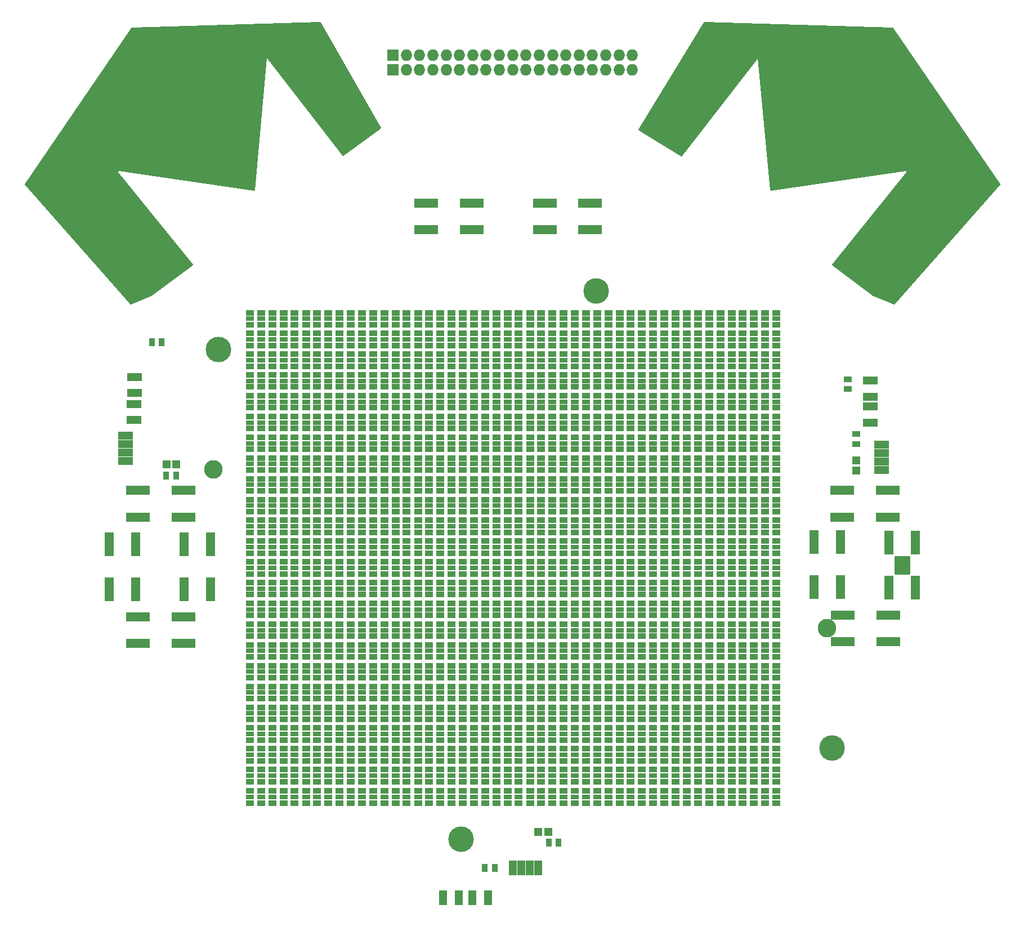
<source format=gts>
G04 #@! TF.FileFunction,Soldermask,Top*
%FSLAX46Y46*%
G04 Gerber Fmt 4.6, Leading zero omitted, Abs format (unit mm)*
G04 Created by KiCad (PCBNEW 4.0.6+dfsg1-1) date Fri Jun  8 13:36:59 2018*
%MOMM*%
%LPD*%
G01*
G04 APERTURE LIST*
%ADD10C,0.100000*%
%ADD11R,2.200000X1.200000*%
%ADD12R,1.750000X1.750000*%
%ADD13O,1.750000X1.750000*%
%ADD14R,3.600000X1.400000*%
%ADD15R,1.200000X0.900000*%
%ADD16R,1.200000X0.700000*%
%ADD17R,1.400000X3.600000*%
%ADD18C,3.850000*%
%ADD19C,2.790000*%
%ADD20R,0.900000X1.300000*%
%ADD21R,1.300000X0.900000*%
%ADD22R,1.200000X1.150000*%
%ADD23R,1.150000X1.200000*%
%ADD24R,1.200000X2.200000*%
%ADD25R,2.200000X1.230000*%
%ADD26R,1.230000X2.200000*%
%ADD27C,0.254000*%
G04 APERTURE END LIST*
D10*
D11*
X116980000Y-117830000D03*
X116980000Y-116560000D03*
X116980000Y-115290000D03*
X116980000Y-114020000D03*
D12*
X157175000Y-59000000D03*
D13*
X159175000Y-59000000D03*
X161175000Y-59000000D03*
X163175000Y-59000000D03*
X165175000Y-59000000D03*
X167175000Y-59000000D03*
X169175000Y-59000000D03*
X171175000Y-59000000D03*
X173175000Y-59000000D03*
X175175000Y-59000000D03*
X177175000Y-59000000D03*
X179175000Y-59000000D03*
X181175000Y-59000000D03*
X183175000Y-59000000D03*
X185175000Y-59000000D03*
X187175000Y-59000000D03*
X189175000Y-59000000D03*
X191175000Y-59000000D03*
X193175000Y-59000000D03*
D14*
X162200000Y-83000000D03*
X169000000Y-83000000D03*
X169000000Y-79000000D03*
X162200000Y-79000000D03*
D15*
X135650000Y-95500000D03*
D16*
X135650000Y-96400000D03*
D15*
X135650000Y-97300000D03*
X137350000Y-97300000D03*
D16*
X137350000Y-96400000D03*
D15*
X137350000Y-95500000D03*
X135650000Y-98623913D03*
D16*
X135650000Y-99523913D03*
D15*
X135650000Y-100423913D03*
X137350000Y-100423913D03*
D16*
X137350000Y-99523913D03*
D15*
X137350000Y-98623913D03*
X135650000Y-101747826D03*
D16*
X135650000Y-102647826D03*
D15*
X135650000Y-103547826D03*
X137350000Y-103547826D03*
D16*
X137350000Y-102647826D03*
D15*
X137350000Y-101747826D03*
X135650000Y-104871739D03*
D16*
X135650000Y-105771739D03*
D15*
X135650000Y-106671739D03*
X137350000Y-106671739D03*
D16*
X137350000Y-105771739D03*
D15*
X137350000Y-104871739D03*
X135650000Y-107995652D03*
D16*
X135650000Y-108895652D03*
D15*
X135650000Y-109795652D03*
X137350000Y-109795652D03*
D16*
X137350000Y-108895652D03*
D15*
X137350000Y-107995652D03*
X135650000Y-111119565D03*
D16*
X135650000Y-112019565D03*
D15*
X135650000Y-112919565D03*
X137350000Y-112919565D03*
D16*
X137350000Y-112019565D03*
D15*
X137350000Y-111119565D03*
X135650000Y-114243478D03*
D16*
X135650000Y-115143478D03*
D15*
X135650000Y-116043478D03*
X137350000Y-116043478D03*
D16*
X137350000Y-115143478D03*
D15*
X137350000Y-114243478D03*
X135650000Y-117367391D03*
D16*
X135650000Y-118267391D03*
D15*
X135650000Y-119167391D03*
X137350000Y-119167391D03*
D16*
X137350000Y-118267391D03*
D15*
X137350000Y-117367391D03*
X135650000Y-120491304D03*
D16*
X135650000Y-121391304D03*
D15*
X135650000Y-122291304D03*
X137350000Y-122291304D03*
D16*
X137350000Y-121391304D03*
D15*
X137350000Y-120491304D03*
X135650000Y-123615217D03*
D16*
X135650000Y-124515217D03*
D15*
X135650000Y-125415217D03*
X137350000Y-125415217D03*
D16*
X137350000Y-124515217D03*
D15*
X137350000Y-123615217D03*
X135650000Y-126739130D03*
D16*
X135650000Y-127639130D03*
D15*
X135650000Y-128539130D03*
X137350000Y-128539130D03*
D16*
X137350000Y-127639130D03*
D15*
X137350000Y-126739130D03*
X135650000Y-129863043D03*
D16*
X135650000Y-130763043D03*
D15*
X135650000Y-131663043D03*
X137350000Y-131663043D03*
D16*
X137350000Y-130763043D03*
D15*
X137350000Y-129863043D03*
X135650000Y-132986956D03*
D16*
X135650000Y-133886956D03*
D15*
X135650000Y-134786956D03*
X137350000Y-134786956D03*
D16*
X137350000Y-133886956D03*
D15*
X137350000Y-132986956D03*
X135650000Y-136110869D03*
D16*
X135650000Y-137010869D03*
D15*
X135650000Y-137910869D03*
X137350000Y-137910869D03*
D16*
X137350000Y-137010869D03*
D15*
X137350000Y-136110869D03*
X135650000Y-139234782D03*
D16*
X135650000Y-140134782D03*
D15*
X135650000Y-141034782D03*
X137350000Y-141034782D03*
D16*
X137350000Y-140134782D03*
D15*
X137350000Y-139234782D03*
X135650000Y-142358695D03*
D16*
X135650000Y-143258695D03*
D15*
X135650000Y-144158695D03*
X137350000Y-144158695D03*
D16*
X137350000Y-143258695D03*
D15*
X137350000Y-142358695D03*
X135650000Y-145482608D03*
D16*
X135650000Y-146382608D03*
D15*
X135650000Y-147282608D03*
X137350000Y-147282608D03*
D16*
X137350000Y-146382608D03*
D15*
X137350000Y-145482608D03*
X135650000Y-148606521D03*
D16*
X135650000Y-149506521D03*
D15*
X135650000Y-150406521D03*
X137350000Y-150406521D03*
D16*
X137350000Y-149506521D03*
D15*
X137350000Y-148606521D03*
X135650000Y-151730434D03*
D16*
X135650000Y-152630434D03*
D15*
X135650000Y-153530434D03*
X137350000Y-153530434D03*
D16*
X137350000Y-152630434D03*
D15*
X137350000Y-151730434D03*
X135650000Y-154854347D03*
D16*
X135650000Y-155754347D03*
D15*
X135650000Y-156654347D03*
X137350000Y-156654347D03*
D16*
X137350000Y-155754347D03*
D15*
X137350000Y-154854347D03*
X135650000Y-157978260D03*
D16*
X135650000Y-158878260D03*
D15*
X135650000Y-159778260D03*
X137350000Y-159778260D03*
D16*
X137350000Y-158878260D03*
D15*
X137350000Y-157978260D03*
X135650000Y-161102173D03*
D16*
X135650000Y-162002173D03*
D15*
X135650000Y-162902173D03*
X137350000Y-162902173D03*
D16*
X137350000Y-162002173D03*
D15*
X137350000Y-161102173D03*
X135650000Y-164226086D03*
D16*
X135650000Y-165126086D03*
D15*
X135650000Y-166026086D03*
X137350000Y-166026086D03*
D16*
X137350000Y-165126086D03*
D15*
X137350000Y-164226086D03*
X135650000Y-167449999D03*
D16*
X135650000Y-168349999D03*
D15*
X135650000Y-169249999D03*
X137350000Y-169249999D03*
D16*
X137350000Y-168349999D03*
D15*
X137350000Y-167449999D03*
X139019565Y-95500000D03*
D16*
X139019565Y-96400000D03*
D15*
X139019565Y-97300000D03*
X140719565Y-97300000D03*
D16*
X140719565Y-96400000D03*
D15*
X140719565Y-95500000D03*
X139019565Y-98623913D03*
D16*
X139019565Y-99523913D03*
D15*
X139019565Y-100423913D03*
X140719565Y-100423913D03*
D16*
X140719565Y-99523913D03*
D15*
X140719565Y-98623913D03*
X139019565Y-101747826D03*
D16*
X139019565Y-102647826D03*
D15*
X139019565Y-103547826D03*
X140719565Y-103547826D03*
D16*
X140719565Y-102647826D03*
D15*
X140719565Y-101747826D03*
X139019565Y-104871739D03*
D16*
X139019565Y-105771739D03*
D15*
X139019565Y-106671739D03*
X140719565Y-106671739D03*
D16*
X140719565Y-105771739D03*
D15*
X140719565Y-104871739D03*
X139019565Y-107995652D03*
D16*
X139019565Y-108895652D03*
D15*
X139019565Y-109795652D03*
X140719565Y-109795652D03*
D16*
X140719565Y-108895652D03*
D15*
X140719565Y-107995652D03*
X139019565Y-111119565D03*
D16*
X139019565Y-112019565D03*
D15*
X139019565Y-112919565D03*
X140719565Y-112919565D03*
D16*
X140719565Y-112019565D03*
D15*
X140719565Y-111119565D03*
X139019565Y-114243478D03*
D16*
X139019565Y-115143478D03*
D15*
X139019565Y-116043478D03*
X140719565Y-116043478D03*
D16*
X140719565Y-115143478D03*
D15*
X140719565Y-114243478D03*
X139019565Y-117367391D03*
D16*
X139019565Y-118267391D03*
D15*
X139019565Y-119167391D03*
X140719565Y-119167391D03*
D16*
X140719565Y-118267391D03*
D15*
X140719565Y-117367391D03*
X139019565Y-120491304D03*
D16*
X139019565Y-121391304D03*
D15*
X139019565Y-122291304D03*
X140719565Y-122291304D03*
D16*
X140719565Y-121391304D03*
D15*
X140719565Y-120491304D03*
X139019565Y-123615217D03*
D16*
X139019565Y-124515217D03*
D15*
X139019565Y-125415217D03*
X140719565Y-125415217D03*
D16*
X140719565Y-124515217D03*
D15*
X140719565Y-123615217D03*
X139019565Y-126739130D03*
D16*
X139019565Y-127639130D03*
D15*
X139019565Y-128539130D03*
X140719565Y-128539130D03*
D16*
X140719565Y-127639130D03*
D15*
X140719565Y-126739130D03*
X139019565Y-129863043D03*
D16*
X139019565Y-130763043D03*
D15*
X139019565Y-131663043D03*
X140719565Y-131663043D03*
D16*
X140719565Y-130763043D03*
D15*
X140719565Y-129863043D03*
X139019565Y-132986956D03*
D16*
X139019565Y-133886956D03*
D15*
X139019565Y-134786956D03*
X140719565Y-134786956D03*
D16*
X140719565Y-133886956D03*
D15*
X140719565Y-132986956D03*
X139019565Y-136110869D03*
D16*
X139019565Y-137010869D03*
D15*
X139019565Y-137910869D03*
X140719565Y-137910869D03*
D16*
X140719565Y-137010869D03*
D15*
X140719565Y-136110869D03*
X139019565Y-139234782D03*
D16*
X139019565Y-140134782D03*
D15*
X139019565Y-141034782D03*
X140719565Y-141034782D03*
D16*
X140719565Y-140134782D03*
D15*
X140719565Y-139234782D03*
X139019565Y-142358695D03*
D16*
X139019565Y-143258695D03*
D15*
X139019565Y-144158695D03*
X140719565Y-144158695D03*
D16*
X140719565Y-143258695D03*
D15*
X140719565Y-142358695D03*
X139019565Y-145482608D03*
D16*
X139019565Y-146382608D03*
D15*
X139019565Y-147282608D03*
X140719565Y-147282608D03*
D16*
X140719565Y-146382608D03*
D15*
X140719565Y-145482608D03*
X139019565Y-148606521D03*
D16*
X139019565Y-149506521D03*
D15*
X139019565Y-150406521D03*
X140719565Y-150406521D03*
D16*
X140719565Y-149506521D03*
D15*
X140719565Y-148606521D03*
X139019565Y-151730434D03*
D16*
X139019565Y-152630434D03*
D15*
X139019565Y-153530434D03*
X140719565Y-153530434D03*
D16*
X140719565Y-152630434D03*
D15*
X140719565Y-151730434D03*
X139019565Y-154854347D03*
D16*
X139019565Y-155754347D03*
D15*
X139019565Y-156654347D03*
X140719565Y-156654347D03*
D16*
X140719565Y-155754347D03*
D15*
X140719565Y-154854347D03*
X139019565Y-157978260D03*
D16*
X139019565Y-158878260D03*
D15*
X139019565Y-159778260D03*
X140719565Y-159778260D03*
D16*
X140719565Y-158878260D03*
D15*
X140719565Y-157978260D03*
X139019565Y-161102173D03*
D16*
X139019565Y-162002173D03*
D15*
X139019565Y-162902173D03*
X140719565Y-162902173D03*
D16*
X140719565Y-162002173D03*
D15*
X140719565Y-161102173D03*
X139019565Y-164226086D03*
D16*
X139019565Y-165126086D03*
D15*
X139019565Y-166026086D03*
X140719565Y-166026086D03*
D16*
X140719565Y-165126086D03*
D15*
X140719565Y-164226086D03*
X139019565Y-167449999D03*
D16*
X139019565Y-168349999D03*
D15*
X139019565Y-169249999D03*
X140719565Y-169249999D03*
D16*
X140719565Y-168349999D03*
D15*
X140719565Y-167449999D03*
X142389130Y-95500000D03*
D16*
X142389130Y-96400000D03*
D15*
X142389130Y-97300000D03*
X144089130Y-97300000D03*
D16*
X144089130Y-96400000D03*
D15*
X144089130Y-95500000D03*
X142389130Y-98623913D03*
D16*
X142389130Y-99523913D03*
D15*
X142389130Y-100423913D03*
X144089130Y-100423913D03*
D16*
X144089130Y-99523913D03*
D15*
X144089130Y-98623913D03*
X142389130Y-101747826D03*
D16*
X142389130Y-102647826D03*
D15*
X142389130Y-103547826D03*
X144089130Y-103547826D03*
D16*
X144089130Y-102647826D03*
D15*
X144089130Y-101747826D03*
X142389130Y-104871739D03*
D16*
X142389130Y-105771739D03*
D15*
X142389130Y-106671739D03*
X144089130Y-106671739D03*
D16*
X144089130Y-105771739D03*
D15*
X144089130Y-104871739D03*
X142389130Y-107995652D03*
D16*
X142389130Y-108895652D03*
D15*
X142389130Y-109795652D03*
X144089130Y-109795652D03*
D16*
X144089130Y-108895652D03*
D15*
X144089130Y-107995652D03*
X142389130Y-111119565D03*
D16*
X142389130Y-112019565D03*
D15*
X142389130Y-112919565D03*
X144089130Y-112919565D03*
D16*
X144089130Y-112019565D03*
D15*
X144089130Y-111119565D03*
X142389130Y-114243478D03*
D16*
X142389130Y-115143478D03*
D15*
X142389130Y-116043478D03*
X144089130Y-116043478D03*
D16*
X144089130Y-115143478D03*
D15*
X144089130Y-114243478D03*
X142389130Y-117367391D03*
D16*
X142389130Y-118267391D03*
D15*
X142389130Y-119167391D03*
X144089130Y-119167391D03*
D16*
X144089130Y-118267391D03*
D15*
X144089130Y-117367391D03*
X142389130Y-120491304D03*
D16*
X142389130Y-121391304D03*
D15*
X142389130Y-122291304D03*
X144089130Y-122291304D03*
D16*
X144089130Y-121391304D03*
D15*
X144089130Y-120491304D03*
X142389130Y-123615217D03*
D16*
X142389130Y-124515217D03*
D15*
X142389130Y-125415217D03*
X144089130Y-125415217D03*
D16*
X144089130Y-124515217D03*
D15*
X144089130Y-123615217D03*
X142389130Y-126739130D03*
D16*
X142389130Y-127639130D03*
D15*
X142389130Y-128539130D03*
X144089130Y-128539130D03*
D16*
X144089130Y-127639130D03*
D15*
X144089130Y-126739130D03*
X142389130Y-129863043D03*
D16*
X142389130Y-130763043D03*
D15*
X142389130Y-131663043D03*
X144089130Y-131663043D03*
D16*
X144089130Y-130763043D03*
D15*
X144089130Y-129863043D03*
X142389130Y-132986956D03*
D16*
X142389130Y-133886956D03*
D15*
X142389130Y-134786956D03*
X144089130Y-134786956D03*
D16*
X144089130Y-133886956D03*
D15*
X144089130Y-132986956D03*
X142389130Y-136110869D03*
D16*
X142389130Y-137010869D03*
D15*
X142389130Y-137910869D03*
X144089130Y-137910869D03*
D16*
X144089130Y-137010869D03*
D15*
X144089130Y-136110869D03*
X142389130Y-139234782D03*
D16*
X142389130Y-140134782D03*
D15*
X142389130Y-141034782D03*
X144089130Y-141034782D03*
D16*
X144089130Y-140134782D03*
D15*
X144089130Y-139234782D03*
X142389130Y-142358695D03*
D16*
X142389130Y-143258695D03*
D15*
X142389130Y-144158695D03*
X144089130Y-144158695D03*
D16*
X144089130Y-143258695D03*
D15*
X144089130Y-142358695D03*
X142389130Y-145482608D03*
D16*
X142389130Y-146382608D03*
D15*
X142389130Y-147282608D03*
X144089130Y-147282608D03*
D16*
X144089130Y-146382608D03*
D15*
X144089130Y-145482608D03*
X142389130Y-148606521D03*
D16*
X142389130Y-149506521D03*
D15*
X142389130Y-150406521D03*
X144089130Y-150406521D03*
D16*
X144089130Y-149506521D03*
D15*
X144089130Y-148606521D03*
X142389130Y-151730434D03*
D16*
X142389130Y-152630434D03*
D15*
X142389130Y-153530434D03*
X144089130Y-153530434D03*
D16*
X144089130Y-152630434D03*
D15*
X144089130Y-151730434D03*
X142389130Y-154854347D03*
D16*
X142389130Y-155754347D03*
D15*
X142389130Y-156654347D03*
X144089130Y-156654347D03*
D16*
X144089130Y-155754347D03*
D15*
X144089130Y-154854347D03*
X142389130Y-157978260D03*
D16*
X142389130Y-158878260D03*
D15*
X142389130Y-159778260D03*
X144089130Y-159778260D03*
D16*
X144089130Y-158878260D03*
D15*
X144089130Y-157978260D03*
X142389130Y-161102173D03*
D16*
X142389130Y-162002173D03*
D15*
X142389130Y-162902173D03*
X144089130Y-162902173D03*
D16*
X144089130Y-162002173D03*
D15*
X144089130Y-161102173D03*
X142389130Y-164226086D03*
D16*
X142389130Y-165126086D03*
D15*
X142389130Y-166026086D03*
X144089130Y-166026086D03*
D16*
X144089130Y-165126086D03*
D15*
X144089130Y-164226086D03*
X142389130Y-167449999D03*
D16*
X142389130Y-168349999D03*
D15*
X142389130Y-169249999D03*
X144089130Y-169249999D03*
D16*
X144089130Y-168349999D03*
D15*
X144089130Y-167449999D03*
X145758695Y-95500000D03*
D16*
X145758695Y-96400000D03*
D15*
X145758695Y-97300000D03*
X147458695Y-97300000D03*
D16*
X147458695Y-96400000D03*
D15*
X147458695Y-95500000D03*
X145758695Y-98623913D03*
D16*
X145758695Y-99523913D03*
D15*
X145758695Y-100423913D03*
X147458695Y-100423913D03*
D16*
X147458695Y-99523913D03*
D15*
X147458695Y-98623913D03*
X145758695Y-101747826D03*
D16*
X145758695Y-102647826D03*
D15*
X145758695Y-103547826D03*
X147458695Y-103547826D03*
D16*
X147458695Y-102647826D03*
D15*
X147458695Y-101747826D03*
X145758695Y-104871739D03*
D16*
X145758695Y-105771739D03*
D15*
X145758695Y-106671739D03*
X147458695Y-106671739D03*
D16*
X147458695Y-105771739D03*
D15*
X147458695Y-104871739D03*
X145758695Y-107995652D03*
D16*
X145758695Y-108895652D03*
D15*
X145758695Y-109795652D03*
X147458695Y-109795652D03*
D16*
X147458695Y-108895652D03*
D15*
X147458695Y-107995652D03*
X145758695Y-111119565D03*
D16*
X145758695Y-112019565D03*
D15*
X145758695Y-112919565D03*
X147458695Y-112919565D03*
D16*
X147458695Y-112019565D03*
D15*
X147458695Y-111119565D03*
X145758695Y-114243478D03*
D16*
X145758695Y-115143478D03*
D15*
X145758695Y-116043478D03*
X147458695Y-116043478D03*
D16*
X147458695Y-115143478D03*
D15*
X147458695Y-114243478D03*
X145758695Y-117367391D03*
D16*
X145758695Y-118267391D03*
D15*
X145758695Y-119167391D03*
X147458695Y-119167391D03*
D16*
X147458695Y-118267391D03*
D15*
X147458695Y-117367391D03*
X145758695Y-120491304D03*
D16*
X145758695Y-121391304D03*
D15*
X145758695Y-122291304D03*
X147458695Y-122291304D03*
D16*
X147458695Y-121391304D03*
D15*
X147458695Y-120491304D03*
X145758695Y-123615217D03*
D16*
X145758695Y-124515217D03*
D15*
X145758695Y-125415217D03*
X147458695Y-125415217D03*
D16*
X147458695Y-124515217D03*
D15*
X147458695Y-123615217D03*
X145758695Y-126739130D03*
D16*
X145758695Y-127639130D03*
D15*
X145758695Y-128539130D03*
X147458695Y-128539130D03*
D16*
X147458695Y-127639130D03*
D15*
X147458695Y-126739130D03*
X145758695Y-129863043D03*
D16*
X145758695Y-130763043D03*
D15*
X145758695Y-131663043D03*
X147458695Y-131663043D03*
D16*
X147458695Y-130763043D03*
D15*
X147458695Y-129863043D03*
X145758695Y-132986956D03*
D16*
X145758695Y-133886956D03*
D15*
X145758695Y-134786956D03*
X147458695Y-134786956D03*
D16*
X147458695Y-133886956D03*
D15*
X147458695Y-132986956D03*
X145758695Y-136110869D03*
D16*
X145758695Y-137010869D03*
D15*
X145758695Y-137910869D03*
X147458695Y-137910869D03*
D16*
X147458695Y-137010869D03*
D15*
X147458695Y-136110869D03*
X145758695Y-139234782D03*
D16*
X145758695Y-140134782D03*
D15*
X145758695Y-141034782D03*
X147458695Y-141034782D03*
D16*
X147458695Y-140134782D03*
D15*
X147458695Y-139234782D03*
X145758695Y-142358695D03*
D16*
X145758695Y-143258695D03*
D15*
X145758695Y-144158695D03*
X147458695Y-144158695D03*
D16*
X147458695Y-143258695D03*
D15*
X147458695Y-142358695D03*
X145758695Y-145482608D03*
D16*
X145758695Y-146382608D03*
D15*
X145758695Y-147282608D03*
X147458695Y-147282608D03*
D16*
X147458695Y-146382608D03*
D15*
X147458695Y-145482608D03*
X145758695Y-148606521D03*
D16*
X145758695Y-149506521D03*
D15*
X145758695Y-150406521D03*
X147458695Y-150406521D03*
D16*
X147458695Y-149506521D03*
D15*
X147458695Y-148606521D03*
X145758695Y-151730434D03*
D16*
X145758695Y-152630434D03*
D15*
X145758695Y-153530434D03*
X147458695Y-153530434D03*
D16*
X147458695Y-152630434D03*
D15*
X147458695Y-151730434D03*
X145758695Y-154854347D03*
D16*
X145758695Y-155754347D03*
D15*
X145758695Y-156654347D03*
X147458695Y-156654347D03*
D16*
X147458695Y-155754347D03*
D15*
X147458695Y-154854347D03*
X145758695Y-157978260D03*
D16*
X145758695Y-158878260D03*
D15*
X145758695Y-159778260D03*
X147458695Y-159778260D03*
D16*
X147458695Y-158878260D03*
D15*
X147458695Y-157978260D03*
X145758695Y-161102173D03*
D16*
X145758695Y-162002173D03*
D15*
X145758695Y-162902173D03*
X147458695Y-162902173D03*
D16*
X147458695Y-162002173D03*
D15*
X147458695Y-161102173D03*
X145758695Y-164226086D03*
D16*
X145758695Y-165126086D03*
D15*
X145758695Y-166026086D03*
X147458695Y-166026086D03*
D16*
X147458695Y-165126086D03*
D15*
X147458695Y-164226086D03*
X145758695Y-167449999D03*
D16*
X145758695Y-168349999D03*
D15*
X145758695Y-169249999D03*
X147458695Y-169249999D03*
D16*
X147458695Y-168349999D03*
D15*
X147458695Y-167449999D03*
X149128260Y-95500000D03*
D16*
X149128260Y-96400000D03*
D15*
X149128260Y-97300000D03*
X150828260Y-97300000D03*
D16*
X150828260Y-96400000D03*
D15*
X150828260Y-95500000D03*
X149128260Y-98623913D03*
D16*
X149128260Y-99523913D03*
D15*
X149128260Y-100423913D03*
X150828260Y-100423913D03*
D16*
X150828260Y-99523913D03*
D15*
X150828260Y-98623913D03*
X149128260Y-101747826D03*
D16*
X149128260Y-102647826D03*
D15*
X149128260Y-103547826D03*
X150828260Y-103547826D03*
D16*
X150828260Y-102647826D03*
D15*
X150828260Y-101747826D03*
X149128260Y-104871739D03*
D16*
X149128260Y-105771739D03*
D15*
X149128260Y-106671739D03*
X150828260Y-106671739D03*
D16*
X150828260Y-105771739D03*
D15*
X150828260Y-104871739D03*
X149128260Y-107995652D03*
D16*
X149128260Y-108895652D03*
D15*
X149128260Y-109795652D03*
X150828260Y-109795652D03*
D16*
X150828260Y-108895652D03*
D15*
X150828260Y-107995652D03*
X149128260Y-111119565D03*
D16*
X149128260Y-112019565D03*
D15*
X149128260Y-112919565D03*
X150828260Y-112919565D03*
D16*
X150828260Y-112019565D03*
D15*
X150828260Y-111119565D03*
X149128260Y-114243478D03*
D16*
X149128260Y-115143478D03*
D15*
X149128260Y-116043478D03*
X150828260Y-116043478D03*
D16*
X150828260Y-115143478D03*
D15*
X150828260Y-114243478D03*
X149128260Y-117367391D03*
D16*
X149128260Y-118267391D03*
D15*
X149128260Y-119167391D03*
X150828260Y-119167391D03*
D16*
X150828260Y-118267391D03*
D15*
X150828260Y-117367391D03*
X149128260Y-120491304D03*
D16*
X149128260Y-121391304D03*
D15*
X149128260Y-122291304D03*
X150828260Y-122291304D03*
D16*
X150828260Y-121391304D03*
D15*
X150828260Y-120491304D03*
X149128260Y-123615217D03*
D16*
X149128260Y-124515217D03*
D15*
X149128260Y-125415217D03*
X150828260Y-125415217D03*
D16*
X150828260Y-124515217D03*
D15*
X150828260Y-123615217D03*
X149128260Y-126739130D03*
D16*
X149128260Y-127639130D03*
D15*
X149128260Y-128539130D03*
X150828260Y-128539130D03*
D16*
X150828260Y-127639130D03*
D15*
X150828260Y-126739130D03*
X149128260Y-129863043D03*
D16*
X149128260Y-130763043D03*
D15*
X149128260Y-131663043D03*
X150828260Y-131663043D03*
D16*
X150828260Y-130763043D03*
D15*
X150828260Y-129863043D03*
X149128260Y-132986956D03*
D16*
X149128260Y-133886956D03*
D15*
X149128260Y-134786956D03*
X150828260Y-134786956D03*
D16*
X150828260Y-133886956D03*
D15*
X150828260Y-132986956D03*
X149128260Y-136110869D03*
D16*
X149128260Y-137010869D03*
D15*
X149128260Y-137910869D03*
X150828260Y-137910869D03*
D16*
X150828260Y-137010869D03*
D15*
X150828260Y-136110869D03*
X149128260Y-139234782D03*
D16*
X149128260Y-140134782D03*
D15*
X149128260Y-141034782D03*
X150828260Y-141034782D03*
D16*
X150828260Y-140134782D03*
D15*
X150828260Y-139234782D03*
X149128260Y-142358695D03*
D16*
X149128260Y-143258695D03*
D15*
X149128260Y-144158695D03*
X150828260Y-144158695D03*
D16*
X150828260Y-143258695D03*
D15*
X150828260Y-142358695D03*
X149128260Y-145482608D03*
D16*
X149128260Y-146382608D03*
D15*
X149128260Y-147282608D03*
X150828260Y-147282608D03*
D16*
X150828260Y-146382608D03*
D15*
X150828260Y-145482608D03*
X149128260Y-148606521D03*
D16*
X149128260Y-149506521D03*
D15*
X149128260Y-150406521D03*
X150828260Y-150406521D03*
D16*
X150828260Y-149506521D03*
D15*
X150828260Y-148606521D03*
X149128260Y-151730434D03*
D16*
X149128260Y-152630434D03*
D15*
X149128260Y-153530434D03*
X150828260Y-153530434D03*
D16*
X150828260Y-152630434D03*
D15*
X150828260Y-151730434D03*
X149128260Y-154854347D03*
D16*
X149128260Y-155754347D03*
D15*
X149128260Y-156654347D03*
X150828260Y-156654347D03*
D16*
X150828260Y-155754347D03*
D15*
X150828260Y-154854347D03*
X149128260Y-157978260D03*
D16*
X149128260Y-158878260D03*
D15*
X149128260Y-159778260D03*
X150828260Y-159778260D03*
D16*
X150828260Y-158878260D03*
D15*
X150828260Y-157978260D03*
X149128260Y-161102173D03*
D16*
X149128260Y-162002173D03*
D15*
X149128260Y-162902173D03*
X150828260Y-162902173D03*
D16*
X150828260Y-162002173D03*
D15*
X150828260Y-161102173D03*
X149128260Y-164226086D03*
D16*
X149128260Y-165126086D03*
D15*
X149128260Y-166026086D03*
X150828260Y-166026086D03*
D16*
X150828260Y-165126086D03*
D15*
X150828260Y-164226086D03*
X149128260Y-167449999D03*
D16*
X149128260Y-168349999D03*
D15*
X149128260Y-169249999D03*
X150828260Y-169249999D03*
D16*
X150828260Y-168349999D03*
D15*
X150828260Y-167449999D03*
X152497825Y-95500000D03*
D16*
X152497825Y-96400000D03*
D15*
X152497825Y-97300000D03*
X154197825Y-97300000D03*
D16*
X154197825Y-96400000D03*
D15*
X154197825Y-95500000D03*
X152497825Y-98623913D03*
D16*
X152497825Y-99523913D03*
D15*
X152497825Y-100423913D03*
X154197825Y-100423913D03*
D16*
X154197825Y-99523913D03*
D15*
X154197825Y-98623913D03*
X152497825Y-101747826D03*
D16*
X152497825Y-102647826D03*
D15*
X152497825Y-103547826D03*
X154197825Y-103547826D03*
D16*
X154197825Y-102647826D03*
D15*
X154197825Y-101747826D03*
X152497825Y-104871739D03*
D16*
X152497825Y-105771739D03*
D15*
X152497825Y-106671739D03*
X154197825Y-106671739D03*
D16*
X154197825Y-105771739D03*
D15*
X154197825Y-104871739D03*
X152497825Y-107995652D03*
D16*
X152497825Y-108895652D03*
D15*
X152497825Y-109795652D03*
X154197825Y-109795652D03*
D16*
X154197825Y-108895652D03*
D15*
X154197825Y-107995652D03*
X152497825Y-111119565D03*
D16*
X152497825Y-112019565D03*
D15*
X152497825Y-112919565D03*
X154197825Y-112919565D03*
D16*
X154197825Y-112019565D03*
D15*
X154197825Y-111119565D03*
X152497825Y-114243478D03*
D16*
X152497825Y-115143478D03*
D15*
X152497825Y-116043478D03*
X154197825Y-116043478D03*
D16*
X154197825Y-115143478D03*
D15*
X154197825Y-114243478D03*
X152497825Y-117367391D03*
D16*
X152497825Y-118267391D03*
D15*
X152497825Y-119167391D03*
X154197825Y-119167391D03*
D16*
X154197825Y-118267391D03*
D15*
X154197825Y-117367391D03*
X152497825Y-120491304D03*
D16*
X152497825Y-121391304D03*
D15*
X152497825Y-122291304D03*
X154197825Y-122291304D03*
D16*
X154197825Y-121391304D03*
D15*
X154197825Y-120491304D03*
X152497825Y-123615217D03*
D16*
X152497825Y-124515217D03*
D15*
X152497825Y-125415217D03*
X154197825Y-125415217D03*
D16*
X154197825Y-124515217D03*
D15*
X154197825Y-123615217D03*
X152497825Y-126739130D03*
D16*
X152497825Y-127639130D03*
D15*
X152497825Y-128539130D03*
X154197825Y-128539130D03*
D16*
X154197825Y-127639130D03*
D15*
X154197825Y-126739130D03*
X152497825Y-129863043D03*
D16*
X152497825Y-130763043D03*
D15*
X152497825Y-131663043D03*
X154197825Y-131663043D03*
D16*
X154197825Y-130763043D03*
D15*
X154197825Y-129863043D03*
X152497825Y-132986956D03*
D16*
X152497825Y-133886956D03*
D15*
X152497825Y-134786956D03*
X154197825Y-134786956D03*
D16*
X154197825Y-133886956D03*
D15*
X154197825Y-132986956D03*
X152497825Y-136110869D03*
D16*
X152497825Y-137010869D03*
D15*
X152497825Y-137910869D03*
X154197825Y-137910869D03*
D16*
X154197825Y-137010869D03*
D15*
X154197825Y-136110869D03*
X152497825Y-139234782D03*
D16*
X152497825Y-140134782D03*
D15*
X152497825Y-141034782D03*
X154197825Y-141034782D03*
D16*
X154197825Y-140134782D03*
D15*
X154197825Y-139234782D03*
X152497825Y-142358695D03*
D16*
X152497825Y-143258695D03*
D15*
X152497825Y-144158695D03*
X154197825Y-144158695D03*
D16*
X154197825Y-143258695D03*
D15*
X154197825Y-142358695D03*
X152497825Y-145482608D03*
D16*
X152497825Y-146382608D03*
D15*
X152497825Y-147282608D03*
X154197825Y-147282608D03*
D16*
X154197825Y-146382608D03*
D15*
X154197825Y-145482608D03*
X152497825Y-148606521D03*
D16*
X152497825Y-149506521D03*
D15*
X152497825Y-150406521D03*
X154197825Y-150406521D03*
D16*
X154197825Y-149506521D03*
D15*
X154197825Y-148606521D03*
X152497825Y-151730434D03*
D16*
X152497825Y-152630434D03*
D15*
X152497825Y-153530434D03*
X154197825Y-153530434D03*
D16*
X154197825Y-152630434D03*
D15*
X154197825Y-151730434D03*
X152497825Y-154854347D03*
D16*
X152497825Y-155754347D03*
D15*
X152497825Y-156654347D03*
X154197825Y-156654347D03*
D16*
X154197825Y-155754347D03*
D15*
X154197825Y-154854347D03*
X152497825Y-157978260D03*
D16*
X152497825Y-158878260D03*
D15*
X152497825Y-159778260D03*
X154197825Y-159778260D03*
D16*
X154197825Y-158878260D03*
D15*
X154197825Y-157978260D03*
X152497825Y-161102173D03*
D16*
X152497825Y-162002173D03*
D15*
X152497825Y-162902173D03*
X154197825Y-162902173D03*
D16*
X154197825Y-162002173D03*
D15*
X154197825Y-161102173D03*
X152497825Y-164226086D03*
D16*
X152497825Y-165126086D03*
D15*
X152497825Y-166026086D03*
X154197825Y-166026086D03*
D16*
X154197825Y-165126086D03*
D15*
X154197825Y-164226086D03*
X152497825Y-167449999D03*
D16*
X152497825Y-168349999D03*
D15*
X152497825Y-169249999D03*
X154197825Y-169249999D03*
D16*
X154197825Y-168349999D03*
D15*
X154197825Y-167449999D03*
X155867390Y-95500000D03*
D16*
X155867390Y-96400000D03*
D15*
X155867390Y-97300000D03*
X157567390Y-97300000D03*
D16*
X157567390Y-96400000D03*
D15*
X157567390Y-95500000D03*
X155867390Y-98623913D03*
D16*
X155867390Y-99523913D03*
D15*
X155867390Y-100423913D03*
X157567390Y-100423913D03*
D16*
X157567390Y-99523913D03*
D15*
X157567390Y-98623913D03*
X155867390Y-101747826D03*
D16*
X155867390Y-102647826D03*
D15*
X155867390Y-103547826D03*
X157567390Y-103547826D03*
D16*
X157567390Y-102647826D03*
D15*
X157567390Y-101747826D03*
X155867390Y-104871739D03*
D16*
X155867390Y-105771739D03*
D15*
X155867390Y-106671739D03*
X157567390Y-106671739D03*
D16*
X157567390Y-105771739D03*
D15*
X157567390Y-104871739D03*
X155867390Y-107995652D03*
D16*
X155867390Y-108895652D03*
D15*
X155867390Y-109795652D03*
X157567390Y-109795652D03*
D16*
X157567390Y-108895652D03*
D15*
X157567390Y-107995652D03*
X155867390Y-111119565D03*
D16*
X155867390Y-112019565D03*
D15*
X155867390Y-112919565D03*
X157567390Y-112919565D03*
D16*
X157567390Y-112019565D03*
D15*
X157567390Y-111119565D03*
X155867390Y-114243478D03*
D16*
X155867390Y-115143478D03*
D15*
X155867390Y-116043478D03*
X157567390Y-116043478D03*
D16*
X157567390Y-115143478D03*
D15*
X157567390Y-114243478D03*
X155867390Y-117367391D03*
D16*
X155867390Y-118267391D03*
D15*
X155867390Y-119167391D03*
X157567390Y-119167391D03*
D16*
X157567390Y-118267391D03*
D15*
X157567390Y-117367391D03*
X155867390Y-120491304D03*
D16*
X155867390Y-121391304D03*
D15*
X155867390Y-122291304D03*
X157567390Y-122291304D03*
D16*
X157567390Y-121391304D03*
D15*
X157567390Y-120491304D03*
X155867390Y-123615217D03*
D16*
X155867390Y-124515217D03*
D15*
X155867390Y-125415217D03*
X157567390Y-125415217D03*
D16*
X157567390Y-124515217D03*
D15*
X157567390Y-123615217D03*
X155867390Y-126739130D03*
D16*
X155867390Y-127639130D03*
D15*
X155867390Y-128539130D03*
X157567390Y-128539130D03*
D16*
X157567390Y-127639130D03*
D15*
X157567390Y-126739130D03*
X155867390Y-129863043D03*
D16*
X155867390Y-130763043D03*
D15*
X155867390Y-131663043D03*
X157567390Y-131663043D03*
D16*
X157567390Y-130763043D03*
D15*
X157567390Y-129863043D03*
X155867390Y-132986956D03*
D16*
X155867390Y-133886956D03*
D15*
X155867390Y-134786956D03*
X157567390Y-134786956D03*
D16*
X157567390Y-133886956D03*
D15*
X157567390Y-132986956D03*
X155867390Y-136110869D03*
D16*
X155867390Y-137010869D03*
D15*
X155867390Y-137910869D03*
X157567390Y-137910869D03*
D16*
X157567390Y-137010869D03*
D15*
X157567390Y-136110869D03*
X155867390Y-139234782D03*
D16*
X155867390Y-140134782D03*
D15*
X155867390Y-141034782D03*
X157567390Y-141034782D03*
D16*
X157567390Y-140134782D03*
D15*
X157567390Y-139234782D03*
X155867390Y-142358695D03*
D16*
X155867390Y-143258695D03*
D15*
X155867390Y-144158695D03*
X157567390Y-144158695D03*
D16*
X157567390Y-143258695D03*
D15*
X157567390Y-142358695D03*
X155867390Y-145482608D03*
D16*
X155867390Y-146382608D03*
D15*
X155867390Y-147282608D03*
X157567390Y-147282608D03*
D16*
X157567390Y-146382608D03*
D15*
X157567390Y-145482608D03*
X155867390Y-148606521D03*
D16*
X155867390Y-149506521D03*
D15*
X155867390Y-150406521D03*
X157567390Y-150406521D03*
D16*
X157567390Y-149506521D03*
D15*
X157567390Y-148606521D03*
X155867390Y-151730434D03*
D16*
X155867390Y-152630434D03*
D15*
X155867390Y-153530434D03*
X157567390Y-153530434D03*
D16*
X157567390Y-152630434D03*
D15*
X157567390Y-151730434D03*
X155867390Y-154854347D03*
D16*
X155867390Y-155754347D03*
D15*
X155867390Y-156654347D03*
X157567390Y-156654347D03*
D16*
X157567390Y-155754347D03*
D15*
X157567390Y-154854347D03*
X155867390Y-157978260D03*
D16*
X155867390Y-158878260D03*
D15*
X155867390Y-159778260D03*
X157567390Y-159778260D03*
D16*
X157567390Y-158878260D03*
D15*
X157567390Y-157978260D03*
X155867390Y-161102173D03*
D16*
X155867390Y-162002173D03*
D15*
X155867390Y-162902173D03*
X157567390Y-162902173D03*
D16*
X157567390Y-162002173D03*
D15*
X157567390Y-161102173D03*
X155867390Y-164226086D03*
D16*
X155867390Y-165126086D03*
D15*
X155867390Y-166026086D03*
X157567390Y-166026086D03*
D16*
X157567390Y-165126086D03*
D15*
X157567390Y-164226086D03*
X155867390Y-167449999D03*
D16*
X155867390Y-168349999D03*
D15*
X155867390Y-169249999D03*
X157567390Y-169249999D03*
D16*
X157567390Y-168349999D03*
D15*
X157567390Y-167449999D03*
X159236955Y-95500000D03*
D16*
X159236955Y-96400000D03*
D15*
X159236955Y-97300000D03*
X160936955Y-97300000D03*
D16*
X160936955Y-96400000D03*
D15*
X160936955Y-95500000D03*
X159236955Y-98623913D03*
D16*
X159236955Y-99523913D03*
D15*
X159236955Y-100423913D03*
X160936955Y-100423913D03*
D16*
X160936955Y-99523913D03*
D15*
X160936955Y-98623913D03*
X159236955Y-101747826D03*
D16*
X159236955Y-102647826D03*
D15*
X159236955Y-103547826D03*
X160936955Y-103547826D03*
D16*
X160936955Y-102647826D03*
D15*
X160936955Y-101747826D03*
X159236955Y-104871739D03*
D16*
X159236955Y-105771739D03*
D15*
X159236955Y-106671739D03*
X160936955Y-106671739D03*
D16*
X160936955Y-105771739D03*
D15*
X160936955Y-104871739D03*
X159236955Y-107995652D03*
D16*
X159236955Y-108895652D03*
D15*
X159236955Y-109795652D03*
X160936955Y-109795652D03*
D16*
X160936955Y-108895652D03*
D15*
X160936955Y-107995652D03*
X159236955Y-111119565D03*
D16*
X159236955Y-112019565D03*
D15*
X159236955Y-112919565D03*
X160936955Y-112919565D03*
D16*
X160936955Y-112019565D03*
D15*
X160936955Y-111119565D03*
X159236955Y-114243478D03*
D16*
X159236955Y-115143478D03*
D15*
X159236955Y-116043478D03*
X160936955Y-116043478D03*
D16*
X160936955Y-115143478D03*
D15*
X160936955Y-114243478D03*
X159236955Y-117367391D03*
D16*
X159236955Y-118267391D03*
D15*
X159236955Y-119167391D03*
X160936955Y-119167391D03*
D16*
X160936955Y-118267391D03*
D15*
X160936955Y-117367391D03*
X159236955Y-120491304D03*
D16*
X159236955Y-121391304D03*
D15*
X159236955Y-122291304D03*
X160936955Y-122291304D03*
D16*
X160936955Y-121391304D03*
D15*
X160936955Y-120491304D03*
X159236955Y-123615217D03*
D16*
X159236955Y-124515217D03*
D15*
X159236955Y-125415217D03*
X160936955Y-125415217D03*
D16*
X160936955Y-124515217D03*
D15*
X160936955Y-123615217D03*
X159236955Y-126739130D03*
D16*
X159236955Y-127639130D03*
D15*
X159236955Y-128539130D03*
X160936955Y-128539130D03*
D16*
X160936955Y-127639130D03*
D15*
X160936955Y-126739130D03*
X159236955Y-129863043D03*
D16*
X159236955Y-130763043D03*
D15*
X159236955Y-131663043D03*
X160936955Y-131663043D03*
D16*
X160936955Y-130763043D03*
D15*
X160936955Y-129863043D03*
X159236955Y-132986956D03*
D16*
X159236955Y-133886956D03*
D15*
X159236955Y-134786956D03*
X160936955Y-134786956D03*
D16*
X160936955Y-133886956D03*
D15*
X160936955Y-132986956D03*
X159236955Y-136110869D03*
D16*
X159236955Y-137010869D03*
D15*
X159236955Y-137910869D03*
X160936955Y-137910869D03*
D16*
X160936955Y-137010869D03*
D15*
X160936955Y-136110869D03*
X159236955Y-139234782D03*
D16*
X159236955Y-140134782D03*
D15*
X159236955Y-141034782D03*
X160936955Y-141034782D03*
D16*
X160936955Y-140134782D03*
D15*
X160936955Y-139234782D03*
X159236955Y-142358695D03*
D16*
X159236955Y-143258695D03*
D15*
X159236955Y-144158695D03*
X160936955Y-144158695D03*
D16*
X160936955Y-143258695D03*
D15*
X160936955Y-142358695D03*
X159236955Y-145482608D03*
D16*
X159236955Y-146382608D03*
D15*
X159236955Y-147282608D03*
X160936955Y-147282608D03*
D16*
X160936955Y-146382608D03*
D15*
X160936955Y-145482608D03*
X159236955Y-148606521D03*
D16*
X159236955Y-149506521D03*
D15*
X159236955Y-150406521D03*
X160936955Y-150406521D03*
D16*
X160936955Y-149506521D03*
D15*
X160936955Y-148606521D03*
X159236955Y-151730434D03*
D16*
X159236955Y-152630434D03*
D15*
X159236955Y-153530434D03*
X160936955Y-153530434D03*
D16*
X160936955Y-152630434D03*
D15*
X160936955Y-151730434D03*
X159236955Y-154854347D03*
D16*
X159236955Y-155754347D03*
D15*
X159236955Y-156654347D03*
X160936955Y-156654347D03*
D16*
X160936955Y-155754347D03*
D15*
X160936955Y-154854347D03*
X159236955Y-157978260D03*
D16*
X159236955Y-158878260D03*
D15*
X159236955Y-159778260D03*
X160936955Y-159778260D03*
D16*
X160936955Y-158878260D03*
D15*
X160936955Y-157978260D03*
X159236955Y-161102173D03*
D16*
X159236955Y-162002173D03*
D15*
X159236955Y-162902173D03*
X160936955Y-162902173D03*
D16*
X160936955Y-162002173D03*
D15*
X160936955Y-161102173D03*
X159236955Y-164226086D03*
D16*
X159236955Y-165126086D03*
D15*
X159236955Y-166026086D03*
X160936955Y-166026086D03*
D16*
X160936955Y-165126086D03*
D15*
X160936955Y-164226086D03*
X159236955Y-167449999D03*
D16*
X159236955Y-168349999D03*
D15*
X159236955Y-169249999D03*
X160936955Y-169249999D03*
D16*
X160936955Y-168349999D03*
D15*
X160936955Y-167449999D03*
X162606520Y-95500000D03*
D16*
X162606520Y-96400000D03*
D15*
X162606520Y-97300000D03*
X164306520Y-97300000D03*
D16*
X164306520Y-96400000D03*
D15*
X164306520Y-95500000D03*
X162606520Y-98623913D03*
D16*
X162606520Y-99523913D03*
D15*
X162606520Y-100423913D03*
X164306520Y-100423913D03*
D16*
X164306520Y-99523913D03*
D15*
X164306520Y-98623913D03*
X162606520Y-101747826D03*
D16*
X162606520Y-102647826D03*
D15*
X162606520Y-103547826D03*
X164306520Y-103547826D03*
D16*
X164306520Y-102647826D03*
D15*
X164306520Y-101747826D03*
X162606520Y-104871739D03*
D16*
X162606520Y-105771739D03*
D15*
X162606520Y-106671739D03*
X164306520Y-106671739D03*
D16*
X164306520Y-105771739D03*
D15*
X164306520Y-104871739D03*
X162606520Y-107995652D03*
D16*
X162606520Y-108895652D03*
D15*
X162606520Y-109795652D03*
X164306520Y-109795652D03*
D16*
X164306520Y-108895652D03*
D15*
X164306520Y-107995652D03*
X162606520Y-111119565D03*
D16*
X162606520Y-112019565D03*
D15*
X162606520Y-112919565D03*
X164306520Y-112919565D03*
D16*
X164306520Y-112019565D03*
D15*
X164306520Y-111119565D03*
X162606520Y-114243478D03*
D16*
X162606520Y-115143478D03*
D15*
X162606520Y-116043478D03*
X164306520Y-116043478D03*
D16*
X164306520Y-115143478D03*
D15*
X164306520Y-114243478D03*
X162606520Y-117367391D03*
D16*
X162606520Y-118267391D03*
D15*
X162606520Y-119167391D03*
X164306520Y-119167391D03*
D16*
X164306520Y-118267391D03*
D15*
X164306520Y-117367391D03*
X162606520Y-120491304D03*
D16*
X162606520Y-121391304D03*
D15*
X162606520Y-122291304D03*
X164306520Y-122291304D03*
D16*
X164306520Y-121391304D03*
D15*
X164306520Y-120491304D03*
X162606520Y-123615217D03*
D16*
X162606520Y-124515217D03*
D15*
X162606520Y-125415217D03*
X164306520Y-125415217D03*
D16*
X164306520Y-124515217D03*
D15*
X164306520Y-123615217D03*
X162606520Y-126739130D03*
D16*
X162606520Y-127639130D03*
D15*
X162606520Y-128539130D03*
X164306520Y-128539130D03*
D16*
X164306520Y-127639130D03*
D15*
X164306520Y-126739130D03*
X162606520Y-129863043D03*
D16*
X162606520Y-130763043D03*
D15*
X162606520Y-131663043D03*
X164306520Y-131663043D03*
D16*
X164306520Y-130763043D03*
D15*
X164306520Y-129863043D03*
X162606520Y-132986956D03*
D16*
X162606520Y-133886956D03*
D15*
X162606520Y-134786956D03*
X164306520Y-134786956D03*
D16*
X164306520Y-133886956D03*
D15*
X164306520Y-132986956D03*
X162606520Y-136110869D03*
D16*
X162606520Y-137010869D03*
D15*
X162606520Y-137910869D03*
X164306520Y-137910869D03*
D16*
X164306520Y-137010869D03*
D15*
X164306520Y-136110869D03*
X162606520Y-139234782D03*
D16*
X162606520Y-140134782D03*
D15*
X162606520Y-141034782D03*
X164306520Y-141034782D03*
D16*
X164306520Y-140134782D03*
D15*
X164306520Y-139234782D03*
X162606520Y-142358695D03*
D16*
X162606520Y-143258695D03*
D15*
X162606520Y-144158695D03*
X164306520Y-144158695D03*
D16*
X164306520Y-143258695D03*
D15*
X164306520Y-142358695D03*
X162606520Y-145482608D03*
D16*
X162606520Y-146382608D03*
D15*
X162606520Y-147282608D03*
X164306520Y-147282608D03*
D16*
X164306520Y-146382608D03*
D15*
X164306520Y-145482608D03*
X162606520Y-148606521D03*
D16*
X162606520Y-149506521D03*
D15*
X162606520Y-150406521D03*
X164306520Y-150406521D03*
D16*
X164306520Y-149506521D03*
D15*
X164306520Y-148606521D03*
X162606520Y-151730434D03*
D16*
X162606520Y-152630434D03*
D15*
X162606520Y-153530434D03*
X164306520Y-153530434D03*
D16*
X164306520Y-152630434D03*
D15*
X164306520Y-151730434D03*
X162606520Y-154854347D03*
D16*
X162606520Y-155754347D03*
D15*
X162606520Y-156654347D03*
X164306520Y-156654347D03*
D16*
X164306520Y-155754347D03*
D15*
X164306520Y-154854347D03*
X162606520Y-157978260D03*
D16*
X162606520Y-158878260D03*
D15*
X162606520Y-159778260D03*
X164306520Y-159778260D03*
D16*
X164306520Y-158878260D03*
D15*
X164306520Y-157978260D03*
X162606520Y-161102173D03*
D16*
X162606520Y-162002173D03*
D15*
X162606520Y-162902173D03*
X164306520Y-162902173D03*
D16*
X164306520Y-162002173D03*
D15*
X164306520Y-161102173D03*
X162606520Y-164226086D03*
D16*
X162606520Y-165126086D03*
D15*
X162606520Y-166026086D03*
X164306520Y-166026086D03*
D16*
X164306520Y-165126086D03*
D15*
X164306520Y-164226086D03*
X162606520Y-167449999D03*
D16*
X162606520Y-168349999D03*
D15*
X162606520Y-169249999D03*
X164306520Y-169249999D03*
D16*
X164306520Y-168349999D03*
D15*
X164306520Y-167449999D03*
X165976085Y-95500000D03*
D16*
X165976085Y-96400000D03*
D15*
X165976085Y-97300000D03*
X167676085Y-97300000D03*
D16*
X167676085Y-96400000D03*
D15*
X167676085Y-95500000D03*
X165976085Y-98623913D03*
D16*
X165976085Y-99523913D03*
D15*
X165976085Y-100423913D03*
X167676085Y-100423913D03*
D16*
X167676085Y-99523913D03*
D15*
X167676085Y-98623913D03*
X165976085Y-101747826D03*
D16*
X165976085Y-102647826D03*
D15*
X165976085Y-103547826D03*
X167676085Y-103547826D03*
D16*
X167676085Y-102647826D03*
D15*
X167676085Y-101747826D03*
X165976085Y-104871739D03*
D16*
X165976085Y-105771739D03*
D15*
X165976085Y-106671739D03*
X167676085Y-106671739D03*
D16*
X167676085Y-105771739D03*
D15*
X167676085Y-104871739D03*
X165976085Y-107995652D03*
D16*
X165976085Y-108895652D03*
D15*
X165976085Y-109795652D03*
X167676085Y-109795652D03*
D16*
X167676085Y-108895652D03*
D15*
X167676085Y-107995652D03*
X165976085Y-111119565D03*
D16*
X165976085Y-112019565D03*
D15*
X165976085Y-112919565D03*
X167676085Y-112919565D03*
D16*
X167676085Y-112019565D03*
D15*
X167676085Y-111119565D03*
X165976085Y-114243478D03*
D16*
X165976085Y-115143478D03*
D15*
X165976085Y-116043478D03*
X167676085Y-116043478D03*
D16*
X167676085Y-115143478D03*
D15*
X167676085Y-114243478D03*
X165976085Y-117367391D03*
D16*
X165976085Y-118267391D03*
D15*
X165976085Y-119167391D03*
X167676085Y-119167391D03*
D16*
X167676085Y-118267391D03*
D15*
X167676085Y-117367391D03*
X165976085Y-120491304D03*
D16*
X165976085Y-121391304D03*
D15*
X165976085Y-122291304D03*
X167676085Y-122291304D03*
D16*
X167676085Y-121391304D03*
D15*
X167676085Y-120491304D03*
X165976085Y-123615217D03*
D16*
X165976085Y-124515217D03*
D15*
X165976085Y-125415217D03*
X167676085Y-125415217D03*
D16*
X167676085Y-124515217D03*
D15*
X167676085Y-123615217D03*
X165976085Y-126739130D03*
D16*
X165976085Y-127639130D03*
D15*
X165976085Y-128539130D03*
X167676085Y-128539130D03*
D16*
X167676085Y-127639130D03*
D15*
X167676085Y-126739130D03*
X165976085Y-129863043D03*
D16*
X165976085Y-130763043D03*
D15*
X165976085Y-131663043D03*
X167676085Y-131663043D03*
D16*
X167676085Y-130763043D03*
D15*
X167676085Y-129863043D03*
X165976085Y-132986956D03*
D16*
X165976085Y-133886956D03*
D15*
X165976085Y-134786956D03*
X167676085Y-134786956D03*
D16*
X167676085Y-133886956D03*
D15*
X167676085Y-132986956D03*
X165976085Y-136110869D03*
D16*
X165976085Y-137010869D03*
D15*
X165976085Y-137910869D03*
X167676085Y-137910869D03*
D16*
X167676085Y-137010869D03*
D15*
X167676085Y-136110869D03*
X165976085Y-139234782D03*
D16*
X165976085Y-140134782D03*
D15*
X165976085Y-141034782D03*
X167676085Y-141034782D03*
D16*
X167676085Y-140134782D03*
D15*
X167676085Y-139234782D03*
X165976085Y-142358695D03*
D16*
X165976085Y-143258695D03*
D15*
X165976085Y-144158695D03*
X167676085Y-144158695D03*
D16*
X167676085Y-143258695D03*
D15*
X167676085Y-142358695D03*
X165976085Y-145482608D03*
D16*
X165976085Y-146382608D03*
D15*
X165976085Y-147282608D03*
X167676085Y-147282608D03*
D16*
X167676085Y-146382608D03*
D15*
X167676085Y-145482608D03*
X165976085Y-148606521D03*
D16*
X165976085Y-149506521D03*
D15*
X165976085Y-150406521D03*
X167676085Y-150406521D03*
D16*
X167676085Y-149506521D03*
D15*
X167676085Y-148606521D03*
X165976085Y-151730434D03*
D16*
X165976085Y-152630434D03*
D15*
X165976085Y-153530434D03*
X167676085Y-153530434D03*
D16*
X167676085Y-152630434D03*
D15*
X167676085Y-151730434D03*
X165976085Y-154854347D03*
D16*
X165976085Y-155754347D03*
D15*
X165976085Y-156654347D03*
X167676085Y-156654347D03*
D16*
X167676085Y-155754347D03*
D15*
X167676085Y-154854347D03*
X165976085Y-157978260D03*
D16*
X165976085Y-158878260D03*
D15*
X165976085Y-159778260D03*
X167676085Y-159778260D03*
D16*
X167676085Y-158878260D03*
D15*
X167676085Y-157978260D03*
X165976085Y-161102173D03*
D16*
X165976085Y-162002173D03*
D15*
X165976085Y-162902173D03*
X167676085Y-162902173D03*
D16*
X167676085Y-162002173D03*
D15*
X167676085Y-161102173D03*
X165976085Y-164226086D03*
D16*
X165976085Y-165126086D03*
D15*
X165976085Y-166026086D03*
X167676085Y-166026086D03*
D16*
X167676085Y-165126086D03*
D15*
X167676085Y-164226086D03*
X165976085Y-167449999D03*
D16*
X165976085Y-168349999D03*
D15*
X165976085Y-169249999D03*
X167676085Y-169249999D03*
D16*
X167676085Y-168349999D03*
D15*
X167676085Y-167449999D03*
X169345650Y-95500000D03*
D16*
X169345650Y-96400000D03*
D15*
X169345650Y-97300000D03*
X171045650Y-97300000D03*
D16*
X171045650Y-96400000D03*
D15*
X171045650Y-95500000D03*
X169345650Y-98623913D03*
D16*
X169345650Y-99523913D03*
D15*
X169345650Y-100423913D03*
X171045650Y-100423913D03*
D16*
X171045650Y-99523913D03*
D15*
X171045650Y-98623913D03*
X169345650Y-101747826D03*
D16*
X169345650Y-102647826D03*
D15*
X169345650Y-103547826D03*
X171045650Y-103547826D03*
D16*
X171045650Y-102647826D03*
D15*
X171045650Y-101747826D03*
X169345650Y-104871739D03*
D16*
X169345650Y-105771739D03*
D15*
X169345650Y-106671739D03*
X171045650Y-106671739D03*
D16*
X171045650Y-105771739D03*
D15*
X171045650Y-104871739D03*
X169345650Y-107995652D03*
D16*
X169345650Y-108895652D03*
D15*
X169345650Y-109795652D03*
X171045650Y-109795652D03*
D16*
X171045650Y-108895652D03*
D15*
X171045650Y-107995652D03*
X169345650Y-111119565D03*
D16*
X169345650Y-112019565D03*
D15*
X169345650Y-112919565D03*
X171045650Y-112919565D03*
D16*
X171045650Y-112019565D03*
D15*
X171045650Y-111119565D03*
X169345650Y-114243478D03*
D16*
X169345650Y-115143478D03*
D15*
X169345650Y-116043478D03*
X171045650Y-116043478D03*
D16*
X171045650Y-115143478D03*
D15*
X171045650Y-114243478D03*
X169345650Y-117367391D03*
D16*
X169345650Y-118267391D03*
D15*
X169345650Y-119167391D03*
X171045650Y-119167391D03*
D16*
X171045650Y-118267391D03*
D15*
X171045650Y-117367391D03*
X169345650Y-120491304D03*
D16*
X169345650Y-121391304D03*
D15*
X169345650Y-122291304D03*
X171045650Y-122291304D03*
D16*
X171045650Y-121391304D03*
D15*
X171045650Y-120491304D03*
X169345650Y-123615217D03*
D16*
X169345650Y-124515217D03*
D15*
X169345650Y-125415217D03*
X171045650Y-125415217D03*
D16*
X171045650Y-124515217D03*
D15*
X171045650Y-123615217D03*
X169345650Y-126739130D03*
D16*
X169345650Y-127639130D03*
D15*
X169345650Y-128539130D03*
X171045650Y-128539130D03*
D16*
X171045650Y-127639130D03*
D15*
X171045650Y-126739130D03*
X169345650Y-129863043D03*
D16*
X169345650Y-130763043D03*
D15*
X169345650Y-131663043D03*
X171045650Y-131663043D03*
D16*
X171045650Y-130763043D03*
D15*
X171045650Y-129863043D03*
X169345650Y-132986956D03*
D16*
X169345650Y-133886956D03*
D15*
X169345650Y-134786956D03*
X171045650Y-134786956D03*
D16*
X171045650Y-133886956D03*
D15*
X171045650Y-132986956D03*
X169345650Y-136110869D03*
D16*
X169345650Y-137010869D03*
D15*
X169345650Y-137910869D03*
X171045650Y-137910869D03*
D16*
X171045650Y-137010869D03*
D15*
X171045650Y-136110869D03*
X169345650Y-139234782D03*
D16*
X169345650Y-140134782D03*
D15*
X169345650Y-141034782D03*
X171045650Y-141034782D03*
D16*
X171045650Y-140134782D03*
D15*
X171045650Y-139234782D03*
X169345650Y-142358695D03*
D16*
X169345650Y-143258695D03*
D15*
X169345650Y-144158695D03*
X171045650Y-144158695D03*
D16*
X171045650Y-143258695D03*
D15*
X171045650Y-142358695D03*
X169345650Y-145482608D03*
D16*
X169345650Y-146382608D03*
D15*
X169345650Y-147282608D03*
X171045650Y-147282608D03*
D16*
X171045650Y-146382608D03*
D15*
X171045650Y-145482608D03*
X169345650Y-148606521D03*
D16*
X169345650Y-149506521D03*
D15*
X169345650Y-150406521D03*
X171045650Y-150406521D03*
D16*
X171045650Y-149506521D03*
D15*
X171045650Y-148606521D03*
X169345650Y-151730434D03*
D16*
X169345650Y-152630434D03*
D15*
X169345650Y-153530434D03*
X171045650Y-153530434D03*
D16*
X171045650Y-152630434D03*
D15*
X171045650Y-151730434D03*
X169345650Y-154854347D03*
D16*
X169345650Y-155754347D03*
D15*
X169345650Y-156654347D03*
X171045650Y-156654347D03*
D16*
X171045650Y-155754347D03*
D15*
X171045650Y-154854347D03*
X169345650Y-157978260D03*
D16*
X169345650Y-158878260D03*
D15*
X169345650Y-159778260D03*
X171045650Y-159778260D03*
D16*
X171045650Y-158878260D03*
D15*
X171045650Y-157978260D03*
X169345650Y-161102173D03*
D16*
X169345650Y-162002173D03*
D15*
X169345650Y-162902173D03*
X171045650Y-162902173D03*
D16*
X171045650Y-162002173D03*
D15*
X171045650Y-161102173D03*
X169345650Y-164226086D03*
D16*
X169345650Y-165126086D03*
D15*
X169345650Y-166026086D03*
X171045650Y-166026086D03*
D16*
X171045650Y-165126086D03*
D15*
X171045650Y-164226086D03*
X169345650Y-167449999D03*
D16*
X169345650Y-168349999D03*
D15*
X169345650Y-169249999D03*
X171045650Y-169249999D03*
D16*
X171045650Y-168349999D03*
D15*
X171045650Y-167449999D03*
X172715215Y-95500000D03*
D16*
X172715215Y-96400000D03*
D15*
X172715215Y-97300000D03*
X174415215Y-97300000D03*
D16*
X174415215Y-96400000D03*
D15*
X174415215Y-95500000D03*
X172715215Y-98623913D03*
D16*
X172715215Y-99523913D03*
D15*
X172715215Y-100423913D03*
X174415215Y-100423913D03*
D16*
X174415215Y-99523913D03*
D15*
X174415215Y-98623913D03*
X172715215Y-101747826D03*
D16*
X172715215Y-102647826D03*
D15*
X172715215Y-103547826D03*
X174415215Y-103547826D03*
D16*
X174415215Y-102647826D03*
D15*
X174415215Y-101747826D03*
X172715215Y-104871739D03*
D16*
X172715215Y-105771739D03*
D15*
X172715215Y-106671739D03*
X174415215Y-106671739D03*
D16*
X174415215Y-105771739D03*
D15*
X174415215Y-104871739D03*
X172715215Y-107995652D03*
D16*
X172715215Y-108895652D03*
D15*
X172715215Y-109795652D03*
X174415215Y-109795652D03*
D16*
X174415215Y-108895652D03*
D15*
X174415215Y-107995652D03*
X172715215Y-111119565D03*
D16*
X172715215Y-112019565D03*
D15*
X172715215Y-112919565D03*
X174415215Y-112919565D03*
D16*
X174415215Y-112019565D03*
D15*
X174415215Y-111119565D03*
X172715215Y-114243478D03*
D16*
X172715215Y-115143478D03*
D15*
X172715215Y-116043478D03*
X174415215Y-116043478D03*
D16*
X174415215Y-115143478D03*
D15*
X174415215Y-114243478D03*
X172715215Y-117367391D03*
D16*
X172715215Y-118267391D03*
D15*
X172715215Y-119167391D03*
X174415215Y-119167391D03*
D16*
X174415215Y-118267391D03*
D15*
X174415215Y-117367391D03*
X172715215Y-120491304D03*
D16*
X172715215Y-121391304D03*
D15*
X172715215Y-122291304D03*
X174415215Y-122291304D03*
D16*
X174415215Y-121391304D03*
D15*
X174415215Y-120491304D03*
X172715215Y-123615217D03*
D16*
X172715215Y-124515217D03*
D15*
X172715215Y-125415217D03*
X174415215Y-125415217D03*
D16*
X174415215Y-124515217D03*
D15*
X174415215Y-123615217D03*
X172715215Y-126739130D03*
D16*
X172715215Y-127639130D03*
D15*
X172715215Y-128539130D03*
X174415215Y-128539130D03*
D16*
X174415215Y-127639130D03*
D15*
X174415215Y-126739130D03*
X172715215Y-129863043D03*
D16*
X172715215Y-130763043D03*
D15*
X172715215Y-131663043D03*
X174415215Y-131663043D03*
D16*
X174415215Y-130763043D03*
D15*
X174415215Y-129863043D03*
X172715215Y-132986956D03*
D16*
X172715215Y-133886956D03*
D15*
X172715215Y-134786956D03*
X174415215Y-134786956D03*
D16*
X174415215Y-133886956D03*
D15*
X174415215Y-132986956D03*
X172715215Y-136110869D03*
D16*
X172715215Y-137010869D03*
D15*
X172715215Y-137910869D03*
X174415215Y-137910869D03*
D16*
X174415215Y-137010869D03*
D15*
X174415215Y-136110869D03*
X172715215Y-139234782D03*
D16*
X172715215Y-140134782D03*
D15*
X172715215Y-141034782D03*
X174415215Y-141034782D03*
D16*
X174415215Y-140134782D03*
D15*
X174415215Y-139234782D03*
X172715215Y-142358695D03*
D16*
X172715215Y-143258695D03*
D15*
X172715215Y-144158695D03*
X174415215Y-144158695D03*
D16*
X174415215Y-143258695D03*
D15*
X174415215Y-142358695D03*
X172715215Y-145482608D03*
D16*
X172715215Y-146382608D03*
D15*
X172715215Y-147282608D03*
X174415215Y-147282608D03*
D16*
X174415215Y-146382608D03*
D15*
X174415215Y-145482608D03*
X172715215Y-148606521D03*
D16*
X172715215Y-149506521D03*
D15*
X172715215Y-150406521D03*
X174415215Y-150406521D03*
D16*
X174415215Y-149506521D03*
D15*
X174415215Y-148606521D03*
X172715215Y-151730434D03*
D16*
X172715215Y-152630434D03*
D15*
X172715215Y-153530434D03*
X174415215Y-153530434D03*
D16*
X174415215Y-152630434D03*
D15*
X174415215Y-151730434D03*
X172715215Y-154854347D03*
D16*
X172715215Y-155754347D03*
D15*
X172715215Y-156654347D03*
X174415215Y-156654347D03*
D16*
X174415215Y-155754347D03*
D15*
X174415215Y-154854347D03*
X172715215Y-157978260D03*
D16*
X172715215Y-158878260D03*
D15*
X172715215Y-159778260D03*
X174415215Y-159778260D03*
D16*
X174415215Y-158878260D03*
D15*
X174415215Y-157978260D03*
X172715215Y-161102173D03*
D16*
X172715215Y-162002173D03*
D15*
X172715215Y-162902173D03*
X174415215Y-162902173D03*
D16*
X174415215Y-162002173D03*
D15*
X174415215Y-161102173D03*
X172715215Y-164226086D03*
D16*
X172715215Y-165126086D03*
D15*
X172715215Y-166026086D03*
X174415215Y-166026086D03*
D16*
X174415215Y-165126086D03*
D15*
X174415215Y-164226086D03*
X172715215Y-167449999D03*
D16*
X172715215Y-168349999D03*
D15*
X172715215Y-169249999D03*
X174415215Y-169249999D03*
D16*
X174415215Y-168349999D03*
D15*
X174415215Y-167449999D03*
X176084780Y-95500000D03*
D16*
X176084780Y-96400000D03*
D15*
X176084780Y-97300000D03*
X177784780Y-97300000D03*
D16*
X177784780Y-96400000D03*
D15*
X177784780Y-95500000D03*
X176084780Y-98623913D03*
D16*
X176084780Y-99523913D03*
D15*
X176084780Y-100423913D03*
X177784780Y-100423913D03*
D16*
X177784780Y-99523913D03*
D15*
X177784780Y-98623913D03*
X176084780Y-101747826D03*
D16*
X176084780Y-102647826D03*
D15*
X176084780Y-103547826D03*
X177784780Y-103547826D03*
D16*
X177784780Y-102647826D03*
D15*
X177784780Y-101747826D03*
X176084780Y-104871739D03*
D16*
X176084780Y-105771739D03*
D15*
X176084780Y-106671739D03*
X177784780Y-106671739D03*
D16*
X177784780Y-105771739D03*
D15*
X177784780Y-104871739D03*
X176084780Y-107995652D03*
D16*
X176084780Y-108895652D03*
D15*
X176084780Y-109795652D03*
X177784780Y-109795652D03*
D16*
X177784780Y-108895652D03*
D15*
X177784780Y-107995652D03*
X176084780Y-111119565D03*
D16*
X176084780Y-112019565D03*
D15*
X176084780Y-112919565D03*
X177784780Y-112919565D03*
D16*
X177784780Y-112019565D03*
D15*
X177784780Y-111119565D03*
X176084780Y-114243478D03*
D16*
X176084780Y-115143478D03*
D15*
X176084780Y-116043478D03*
X177784780Y-116043478D03*
D16*
X177784780Y-115143478D03*
D15*
X177784780Y-114243478D03*
X176084780Y-117367391D03*
D16*
X176084780Y-118267391D03*
D15*
X176084780Y-119167391D03*
X177784780Y-119167391D03*
D16*
X177784780Y-118267391D03*
D15*
X177784780Y-117367391D03*
X176084780Y-120491304D03*
D16*
X176084780Y-121391304D03*
D15*
X176084780Y-122291304D03*
X177784780Y-122291304D03*
D16*
X177784780Y-121391304D03*
D15*
X177784780Y-120491304D03*
X176084780Y-123615217D03*
D16*
X176084780Y-124515217D03*
D15*
X176084780Y-125415217D03*
X177784780Y-125415217D03*
D16*
X177784780Y-124515217D03*
D15*
X177784780Y-123615217D03*
X176084780Y-126739130D03*
D16*
X176084780Y-127639130D03*
D15*
X176084780Y-128539130D03*
X177784780Y-128539130D03*
D16*
X177784780Y-127639130D03*
D15*
X177784780Y-126739130D03*
X176084780Y-129863043D03*
D16*
X176084780Y-130763043D03*
D15*
X176084780Y-131663043D03*
X177784780Y-131663043D03*
D16*
X177784780Y-130763043D03*
D15*
X177784780Y-129863043D03*
X176084780Y-132986956D03*
D16*
X176084780Y-133886956D03*
D15*
X176084780Y-134786956D03*
X177784780Y-134786956D03*
D16*
X177784780Y-133886956D03*
D15*
X177784780Y-132986956D03*
X176084780Y-136110869D03*
D16*
X176084780Y-137010869D03*
D15*
X176084780Y-137910869D03*
X177784780Y-137910869D03*
D16*
X177784780Y-137010869D03*
D15*
X177784780Y-136110869D03*
X176084780Y-139234782D03*
D16*
X176084780Y-140134782D03*
D15*
X176084780Y-141034782D03*
X177784780Y-141034782D03*
D16*
X177784780Y-140134782D03*
D15*
X177784780Y-139234782D03*
X176084780Y-142358695D03*
D16*
X176084780Y-143258695D03*
D15*
X176084780Y-144158695D03*
X177784780Y-144158695D03*
D16*
X177784780Y-143258695D03*
D15*
X177784780Y-142358695D03*
X176084780Y-145482608D03*
D16*
X176084780Y-146382608D03*
D15*
X176084780Y-147282608D03*
X177784780Y-147282608D03*
D16*
X177784780Y-146382608D03*
D15*
X177784780Y-145482608D03*
X176084780Y-148606521D03*
D16*
X176084780Y-149506521D03*
D15*
X176084780Y-150406521D03*
X177784780Y-150406521D03*
D16*
X177784780Y-149506521D03*
D15*
X177784780Y-148606521D03*
X176084780Y-151730434D03*
D16*
X176084780Y-152630434D03*
D15*
X176084780Y-153530434D03*
X177784780Y-153530434D03*
D16*
X177784780Y-152630434D03*
D15*
X177784780Y-151730434D03*
X176084780Y-154854347D03*
D16*
X176084780Y-155754347D03*
D15*
X176084780Y-156654347D03*
X177784780Y-156654347D03*
D16*
X177784780Y-155754347D03*
D15*
X177784780Y-154854347D03*
X176084780Y-157978260D03*
D16*
X176084780Y-158878260D03*
D15*
X176084780Y-159778260D03*
X177784780Y-159778260D03*
D16*
X177784780Y-158878260D03*
D15*
X177784780Y-157978260D03*
X176084780Y-161102173D03*
D16*
X176084780Y-162002173D03*
D15*
X176084780Y-162902173D03*
X177784780Y-162902173D03*
D16*
X177784780Y-162002173D03*
D15*
X177784780Y-161102173D03*
X176084780Y-164226086D03*
D16*
X176084780Y-165126086D03*
D15*
X176084780Y-166026086D03*
X177784780Y-166026086D03*
D16*
X177784780Y-165126086D03*
D15*
X177784780Y-164226086D03*
X176084780Y-167449999D03*
D16*
X176084780Y-168349999D03*
D15*
X176084780Y-169249999D03*
X177784780Y-169249999D03*
D16*
X177784780Y-168349999D03*
D15*
X177784780Y-167449999D03*
X179454345Y-95500000D03*
D16*
X179454345Y-96400000D03*
D15*
X179454345Y-97300000D03*
X181154345Y-97300000D03*
D16*
X181154345Y-96400000D03*
D15*
X181154345Y-95500000D03*
X179454345Y-98623913D03*
D16*
X179454345Y-99523913D03*
D15*
X179454345Y-100423913D03*
X181154345Y-100423913D03*
D16*
X181154345Y-99523913D03*
D15*
X181154345Y-98623913D03*
X179454345Y-101747826D03*
D16*
X179454345Y-102647826D03*
D15*
X179454345Y-103547826D03*
X181154345Y-103547826D03*
D16*
X181154345Y-102647826D03*
D15*
X181154345Y-101747826D03*
X179454345Y-104871739D03*
D16*
X179454345Y-105771739D03*
D15*
X179454345Y-106671739D03*
X181154345Y-106671739D03*
D16*
X181154345Y-105771739D03*
D15*
X181154345Y-104871739D03*
X179454345Y-107995652D03*
D16*
X179454345Y-108895652D03*
D15*
X179454345Y-109795652D03*
X181154345Y-109795652D03*
D16*
X181154345Y-108895652D03*
D15*
X181154345Y-107995652D03*
X179454345Y-111119565D03*
D16*
X179454345Y-112019565D03*
D15*
X179454345Y-112919565D03*
X181154345Y-112919565D03*
D16*
X181154345Y-112019565D03*
D15*
X181154345Y-111119565D03*
X179454345Y-114243478D03*
D16*
X179454345Y-115143478D03*
D15*
X179454345Y-116043478D03*
X181154345Y-116043478D03*
D16*
X181154345Y-115143478D03*
D15*
X181154345Y-114243478D03*
X179454345Y-117367391D03*
D16*
X179454345Y-118267391D03*
D15*
X179454345Y-119167391D03*
X181154345Y-119167391D03*
D16*
X181154345Y-118267391D03*
D15*
X181154345Y-117367391D03*
X179454345Y-120491304D03*
D16*
X179454345Y-121391304D03*
D15*
X179454345Y-122291304D03*
X181154345Y-122291304D03*
D16*
X181154345Y-121391304D03*
D15*
X181154345Y-120491304D03*
X179454345Y-123615217D03*
D16*
X179454345Y-124515217D03*
D15*
X179454345Y-125415217D03*
X181154345Y-125415217D03*
D16*
X181154345Y-124515217D03*
D15*
X181154345Y-123615217D03*
X179454345Y-126739130D03*
D16*
X179454345Y-127639130D03*
D15*
X179454345Y-128539130D03*
X181154345Y-128539130D03*
D16*
X181154345Y-127639130D03*
D15*
X181154345Y-126739130D03*
X179454345Y-129863043D03*
D16*
X179454345Y-130763043D03*
D15*
X179454345Y-131663043D03*
X181154345Y-131663043D03*
D16*
X181154345Y-130763043D03*
D15*
X181154345Y-129863043D03*
X179454345Y-132986956D03*
D16*
X179454345Y-133886956D03*
D15*
X179454345Y-134786956D03*
X181154345Y-134786956D03*
D16*
X181154345Y-133886956D03*
D15*
X181154345Y-132986956D03*
X179454345Y-136110869D03*
D16*
X179454345Y-137010869D03*
D15*
X179454345Y-137910869D03*
X181154345Y-137910869D03*
D16*
X181154345Y-137010869D03*
D15*
X181154345Y-136110869D03*
X179454345Y-139234782D03*
D16*
X179454345Y-140134782D03*
D15*
X179454345Y-141034782D03*
X181154345Y-141034782D03*
D16*
X181154345Y-140134782D03*
D15*
X181154345Y-139234782D03*
X179454345Y-142358695D03*
D16*
X179454345Y-143258695D03*
D15*
X179454345Y-144158695D03*
X181154345Y-144158695D03*
D16*
X181154345Y-143258695D03*
D15*
X181154345Y-142358695D03*
X179454345Y-145482608D03*
D16*
X179454345Y-146382608D03*
D15*
X179454345Y-147282608D03*
X181154345Y-147282608D03*
D16*
X181154345Y-146382608D03*
D15*
X181154345Y-145482608D03*
X179454345Y-148606521D03*
D16*
X179454345Y-149506521D03*
D15*
X179454345Y-150406521D03*
X181154345Y-150406521D03*
D16*
X181154345Y-149506521D03*
D15*
X181154345Y-148606521D03*
X179454345Y-151730434D03*
D16*
X179454345Y-152630434D03*
D15*
X179454345Y-153530434D03*
X181154345Y-153530434D03*
D16*
X181154345Y-152630434D03*
D15*
X181154345Y-151730434D03*
X179454345Y-154854347D03*
D16*
X179454345Y-155754347D03*
D15*
X179454345Y-156654347D03*
X181154345Y-156654347D03*
D16*
X181154345Y-155754347D03*
D15*
X181154345Y-154854347D03*
X179454345Y-157978260D03*
D16*
X179454345Y-158878260D03*
D15*
X179454345Y-159778260D03*
X181154345Y-159778260D03*
D16*
X181154345Y-158878260D03*
D15*
X181154345Y-157978260D03*
X179454345Y-161102173D03*
D16*
X179454345Y-162002173D03*
D15*
X179454345Y-162902173D03*
X181154345Y-162902173D03*
D16*
X181154345Y-162002173D03*
D15*
X181154345Y-161102173D03*
X179454345Y-164226086D03*
D16*
X179454345Y-165126086D03*
D15*
X179454345Y-166026086D03*
X181154345Y-166026086D03*
D16*
X181154345Y-165126086D03*
D15*
X181154345Y-164226086D03*
X179454345Y-167449999D03*
D16*
X179454345Y-168349999D03*
D15*
X179454345Y-169249999D03*
X181154345Y-169249999D03*
D16*
X181154345Y-168349999D03*
D15*
X181154345Y-167449999D03*
X182823910Y-95500000D03*
D16*
X182823910Y-96400000D03*
D15*
X182823910Y-97300000D03*
X184523910Y-97300000D03*
D16*
X184523910Y-96400000D03*
D15*
X184523910Y-95500000D03*
X182823910Y-98623913D03*
D16*
X182823910Y-99523913D03*
D15*
X182823910Y-100423913D03*
X184523910Y-100423913D03*
D16*
X184523910Y-99523913D03*
D15*
X184523910Y-98623913D03*
X182823910Y-101747826D03*
D16*
X182823910Y-102647826D03*
D15*
X182823910Y-103547826D03*
X184523910Y-103547826D03*
D16*
X184523910Y-102647826D03*
D15*
X184523910Y-101747826D03*
X182823910Y-104871739D03*
D16*
X182823910Y-105771739D03*
D15*
X182823910Y-106671739D03*
X184523910Y-106671739D03*
D16*
X184523910Y-105771739D03*
D15*
X184523910Y-104871739D03*
X182823910Y-107995652D03*
D16*
X182823910Y-108895652D03*
D15*
X182823910Y-109795652D03*
X184523910Y-109795652D03*
D16*
X184523910Y-108895652D03*
D15*
X184523910Y-107995652D03*
X182823910Y-111119565D03*
D16*
X182823910Y-112019565D03*
D15*
X182823910Y-112919565D03*
X184523910Y-112919565D03*
D16*
X184523910Y-112019565D03*
D15*
X184523910Y-111119565D03*
X182823910Y-114243478D03*
D16*
X182823910Y-115143478D03*
D15*
X182823910Y-116043478D03*
X184523910Y-116043478D03*
D16*
X184523910Y-115143478D03*
D15*
X184523910Y-114243478D03*
X182823910Y-117367391D03*
D16*
X182823910Y-118267391D03*
D15*
X182823910Y-119167391D03*
X184523910Y-119167391D03*
D16*
X184523910Y-118267391D03*
D15*
X184523910Y-117367391D03*
X182823910Y-120491304D03*
D16*
X182823910Y-121391304D03*
D15*
X182823910Y-122291304D03*
X184523910Y-122291304D03*
D16*
X184523910Y-121391304D03*
D15*
X184523910Y-120491304D03*
X182823910Y-123615217D03*
D16*
X182823910Y-124515217D03*
D15*
X182823910Y-125415217D03*
X184523910Y-125415217D03*
D16*
X184523910Y-124515217D03*
D15*
X184523910Y-123615217D03*
X182823910Y-126739130D03*
D16*
X182823910Y-127639130D03*
D15*
X182823910Y-128539130D03*
X184523910Y-128539130D03*
D16*
X184523910Y-127639130D03*
D15*
X184523910Y-126739130D03*
X182823910Y-129863043D03*
D16*
X182823910Y-130763043D03*
D15*
X182823910Y-131663043D03*
X184523910Y-131663043D03*
D16*
X184523910Y-130763043D03*
D15*
X184523910Y-129863043D03*
X182823910Y-132986956D03*
D16*
X182823910Y-133886956D03*
D15*
X182823910Y-134786956D03*
X184523910Y-134786956D03*
D16*
X184523910Y-133886956D03*
D15*
X184523910Y-132986956D03*
X182823910Y-136110869D03*
D16*
X182823910Y-137010869D03*
D15*
X182823910Y-137910869D03*
X184523910Y-137910869D03*
D16*
X184523910Y-137010869D03*
D15*
X184523910Y-136110869D03*
X182823910Y-139234782D03*
D16*
X182823910Y-140134782D03*
D15*
X182823910Y-141034782D03*
X184523910Y-141034782D03*
D16*
X184523910Y-140134782D03*
D15*
X184523910Y-139234782D03*
X182823910Y-142358695D03*
D16*
X182823910Y-143258695D03*
D15*
X182823910Y-144158695D03*
X184523910Y-144158695D03*
D16*
X184523910Y-143258695D03*
D15*
X184523910Y-142358695D03*
X182823910Y-145482608D03*
D16*
X182823910Y-146382608D03*
D15*
X182823910Y-147282608D03*
X184523910Y-147282608D03*
D16*
X184523910Y-146382608D03*
D15*
X184523910Y-145482608D03*
X182823910Y-148606521D03*
D16*
X182823910Y-149506521D03*
D15*
X182823910Y-150406521D03*
X184523910Y-150406521D03*
D16*
X184523910Y-149506521D03*
D15*
X184523910Y-148606521D03*
X182823910Y-151730434D03*
D16*
X182823910Y-152630434D03*
D15*
X182823910Y-153530434D03*
X184523910Y-153530434D03*
D16*
X184523910Y-152630434D03*
D15*
X184523910Y-151730434D03*
X182823910Y-154854347D03*
D16*
X182823910Y-155754347D03*
D15*
X182823910Y-156654347D03*
X184523910Y-156654347D03*
D16*
X184523910Y-155754347D03*
D15*
X184523910Y-154854347D03*
X182823910Y-157978260D03*
D16*
X182823910Y-158878260D03*
D15*
X182823910Y-159778260D03*
X184523910Y-159778260D03*
D16*
X184523910Y-158878260D03*
D15*
X184523910Y-157978260D03*
X182823910Y-161102173D03*
D16*
X182823910Y-162002173D03*
D15*
X182823910Y-162902173D03*
X184523910Y-162902173D03*
D16*
X184523910Y-162002173D03*
D15*
X184523910Y-161102173D03*
X182823910Y-164226086D03*
D16*
X182823910Y-165126086D03*
D15*
X182823910Y-166026086D03*
X184523910Y-166026086D03*
D16*
X184523910Y-165126086D03*
D15*
X184523910Y-164226086D03*
X182823910Y-167449999D03*
D16*
X182823910Y-168349999D03*
D15*
X182823910Y-169249999D03*
X184523910Y-169249999D03*
D16*
X184523910Y-168349999D03*
D15*
X184523910Y-167449999D03*
X186193475Y-95500000D03*
D16*
X186193475Y-96400000D03*
D15*
X186193475Y-97300000D03*
X187893475Y-97300000D03*
D16*
X187893475Y-96400000D03*
D15*
X187893475Y-95500000D03*
X186193475Y-98623913D03*
D16*
X186193475Y-99523913D03*
D15*
X186193475Y-100423913D03*
X187893475Y-100423913D03*
D16*
X187893475Y-99523913D03*
D15*
X187893475Y-98623913D03*
X186193475Y-101747826D03*
D16*
X186193475Y-102647826D03*
D15*
X186193475Y-103547826D03*
X187893475Y-103547826D03*
D16*
X187893475Y-102647826D03*
D15*
X187893475Y-101747826D03*
X186193475Y-104871739D03*
D16*
X186193475Y-105771739D03*
D15*
X186193475Y-106671739D03*
X187893475Y-106671739D03*
D16*
X187893475Y-105771739D03*
D15*
X187893475Y-104871739D03*
X186193475Y-107995652D03*
D16*
X186193475Y-108895652D03*
D15*
X186193475Y-109795652D03*
X187893475Y-109795652D03*
D16*
X187893475Y-108895652D03*
D15*
X187893475Y-107995652D03*
X186193475Y-111119565D03*
D16*
X186193475Y-112019565D03*
D15*
X186193475Y-112919565D03*
X187893475Y-112919565D03*
D16*
X187893475Y-112019565D03*
D15*
X187893475Y-111119565D03*
X186193475Y-114243478D03*
D16*
X186193475Y-115143478D03*
D15*
X186193475Y-116043478D03*
X187893475Y-116043478D03*
D16*
X187893475Y-115143478D03*
D15*
X187893475Y-114243478D03*
X186193475Y-117367391D03*
D16*
X186193475Y-118267391D03*
D15*
X186193475Y-119167391D03*
X187893475Y-119167391D03*
D16*
X187893475Y-118267391D03*
D15*
X187893475Y-117367391D03*
X186193475Y-120491304D03*
D16*
X186193475Y-121391304D03*
D15*
X186193475Y-122291304D03*
X187893475Y-122291304D03*
D16*
X187893475Y-121391304D03*
D15*
X187893475Y-120491304D03*
X186193475Y-123615217D03*
D16*
X186193475Y-124515217D03*
D15*
X186193475Y-125415217D03*
X187893475Y-125415217D03*
D16*
X187893475Y-124515217D03*
D15*
X187893475Y-123615217D03*
X186193475Y-126739130D03*
D16*
X186193475Y-127639130D03*
D15*
X186193475Y-128539130D03*
X187893475Y-128539130D03*
D16*
X187893475Y-127639130D03*
D15*
X187893475Y-126739130D03*
X186193475Y-129863043D03*
D16*
X186193475Y-130763043D03*
D15*
X186193475Y-131663043D03*
X187893475Y-131663043D03*
D16*
X187893475Y-130763043D03*
D15*
X187893475Y-129863043D03*
X186193475Y-132986956D03*
D16*
X186193475Y-133886956D03*
D15*
X186193475Y-134786956D03*
X187893475Y-134786956D03*
D16*
X187893475Y-133886956D03*
D15*
X187893475Y-132986956D03*
X186193475Y-136110869D03*
D16*
X186193475Y-137010869D03*
D15*
X186193475Y-137910869D03*
X187893475Y-137910869D03*
D16*
X187893475Y-137010869D03*
D15*
X187893475Y-136110869D03*
X186193475Y-139234782D03*
D16*
X186193475Y-140134782D03*
D15*
X186193475Y-141034782D03*
X187893475Y-141034782D03*
D16*
X187893475Y-140134782D03*
D15*
X187893475Y-139234782D03*
X186193475Y-142358695D03*
D16*
X186193475Y-143258695D03*
D15*
X186193475Y-144158695D03*
X187893475Y-144158695D03*
D16*
X187893475Y-143258695D03*
D15*
X187893475Y-142358695D03*
X186193475Y-145482608D03*
D16*
X186193475Y-146382608D03*
D15*
X186193475Y-147282608D03*
X187893475Y-147282608D03*
D16*
X187893475Y-146382608D03*
D15*
X187893475Y-145482608D03*
X186193475Y-148606521D03*
D16*
X186193475Y-149506521D03*
D15*
X186193475Y-150406521D03*
X187893475Y-150406521D03*
D16*
X187893475Y-149506521D03*
D15*
X187893475Y-148606521D03*
X186193475Y-151730434D03*
D16*
X186193475Y-152630434D03*
D15*
X186193475Y-153530434D03*
X187893475Y-153530434D03*
D16*
X187893475Y-152630434D03*
D15*
X187893475Y-151730434D03*
X186193475Y-154854347D03*
D16*
X186193475Y-155754347D03*
D15*
X186193475Y-156654347D03*
X187893475Y-156654347D03*
D16*
X187893475Y-155754347D03*
D15*
X187893475Y-154854347D03*
X186193475Y-157978260D03*
D16*
X186193475Y-158878260D03*
D15*
X186193475Y-159778260D03*
X187893475Y-159778260D03*
D16*
X187893475Y-158878260D03*
D15*
X187893475Y-157978260D03*
X186193475Y-161102173D03*
D16*
X186193475Y-162002173D03*
D15*
X186193475Y-162902173D03*
X187893475Y-162902173D03*
D16*
X187893475Y-162002173D03*
D15*
X187893475Y-161102173D03*
X186193475Y-164226086D03*
D16*
X186193475Y-165126086D03*
D15*
X186193475Y-166026086D03*
X187893475Y-166026086D03*
D16*
X187893475Y-165126086D03*
D15*
X187893475Y-164226086D03*
X186193475Y-167449999D03*
D16*
X186193475Y-168349999D03*
D15*
X186193475Y-169249999D03*
X187893475Y-169249999D03*
D16*
X187893475Y-168349999D03*
D15*
X187893475Y-167449999D03*
X189563040Y-95500000D03*
D16*
X189563040Y-96400000D03*
D15*
X189563040Y-97300000D03*
X191263040Y-97300000D03*
D16*
X191263040Y-96400000D03*
D15*
X191263040Y-95500000D03*
X189563040Y-98623913D03*
D16*
X189563040Y-99523913D03*
D15*
X189563040Y-100423913D03*
X191263040Y-100423913D03*
D16*
X191263040Y-99523913D03*
D15*
X191263040Y-98623913D03*
X189563040Y-101747826D03*
D16*
X189563040Y-102647826D03*
D15*
X189563040Y-103547826D03*
X191263040Y-103547826D03*
D16*
X191263040Y-102647826D03*
D15*
X191263040Y-101747826D03*
X189563040Y-104871739D03*
D16*
X189563040Y-105771739D03*
D15*
X189563040Y-106671739D03*
X191263040Y-106671739D03*
D16*
X191263040Y-105771739D03*
D15*
X191263040Y-104871739D03*
X189563040Y-107995652D03*
D16*
X189563040Y-108895652D03*
D15*
X189563040Y-109795652D03*
X191263040Y-109795652D03*
D16*
X191263040Y-108895652D03*
D15*
X191263040Y-107995652D03*
X189563040Y-111119565D03*
D16*
X189563040Y-112019565D03*
D15*
X189563040Y-112919565D03*
X191263040Y-112919565D03*
D16*
X191263040Y-112019565D03*
D15*
X191263040Y-111119565D03*
X189563040Y-114243478D03*
D16*
X189563040Y-115143478D03*
D15*
X189563040Y-116043478D03*
X191263040Y-116043478D03*
D16*
X191263040Y-115143478D03*
D15*
X191263040Y-114243478D03*
X189563040Y-117367391D03*
D16*
X189563040Y-118267391D03*
D15*
X189563040Y-119167391D03*
X191263040Y-119167391D03*
D16*
X191263040Y-118267391D03*
D15*
X191263040Y-117367391D03*
X189563040Y-120491304D03*
D16*
X189563040Y-121391304D03*
D15*
X189563040Y-122291304D03*
X191263040Y-122291304D03*
D16*
X191263040Y-121391304D03*
D15*
X191263040Y-120491304D03*
X189563040Y-123615217D03*
D16*
X189563040Y-124515217D03*
D15*
X189563040Y-125415217D03*
X191263040Y-125415217D03*
D16*
X191263040Y-124515217D03*
D15*
X191263040Y-123615217D03*
X189563040Y-126739130D03*
D16*
X189563040Y-127639130D03*
D15*
X189563040Y-128539130D03*
X191263040Y-128539130D03*
D16*
X191263040Y-127639130D03*
D15*
X191263040Y-126739130D03*
X189563040Y-129863043D03*
D16*
X189563040Y-130763043D03*
D15*
X189563040Y-131663043D03*
X191263040Y-131663043D03*
D16*
X191263040Y-130763043D03*
D15*
X191263040Y-129863043D03*
X189563040Y-132986956D03*
D16*
X189563040Y-133886956D03*
D15*
X189563040Y-134786956D03*
X191263040Y-134786956D03*
D16*
X191263040Y-133886956D03*
D15*
X191263040Y-132986956D03*
X189563040Y-136110869D03*
D16*
X189563040Y-137010869D03*
D15*
X189563040Y-137910869D03*
X191263040Y-137910869D03*
D16*
X191263040Y-137010869D03*
D15*
X191263040Y-136110869D03*
X189563040Y-139234782D03*
D16*
X189563040Y-140134782D03*
D15*
X189563040Y-141034782D03*
X191263040Y-141034782D03*
D16*
X191263040Y-140134782D03*
D15*
X191263040Y-139234782D03*
X189563040Y-142358695D03*
D16*
X189563040Y-143258695D03*
D15*
X189563040Y-144158695D03*
X191263040Y-144158695D03*
D16*
X191263040Y-143258695D03*
D15*
X191263040Y-142358695D03*
X189563040Y-145482608D03*
D16*
X189563040Y-146382608D03*
D15*
X189563040Y-147282608D03*
X191263040Y-147282608D03*
D16*
X191263040Y-146382608D03*
D15*
X191263040Y-145482608D03*
X189563040Y-148606521D03*
D16*
X189563040Y-149506521D03*
D15*
X189563040Y-150406521D03*
X191263040Y-150406521D03*
D16*
X191263040Y-149506521D03*
D15*
X191263040Y-148606521D03*
X189563040Y-151730434D03*
D16*
X189563040Y-152630434D03*
D15*
X189563040Y-153530434D03*
X191263040Y-153530434D03*
D16*
X191263040Y-152630434D03*
D15*
X191263040Y-151730434D03*
X189563040Y-154854347D03*
D16*
X189563040Y-155754347D03*
D15*
X189563040Y-156654347D03*
X191263040Y-156654347D03*
D16*
X191263040Y-155754347D03*
D15*
X191263040Y-154854347D03*
X189563040Y-157978260D03*
D16*
X189563040Y-158878260D03*
D15*
X189563040Y-159778260D03*
X191263040Y-159778260D03*
D16*
X191263040Y-158878260D03*
D15*
X191263040Y-157978260D03*
X189563040Y-161102173D03*
D16*
X189563040Y-162002173D03*
D15*
X189563040Y-162902173D03*
X191263040Y-162902173D03*
D16*
X191263040Y-162002173D03*
D15*
X191263040Y-161102173D03*
X189563040Y-164226086D03*
D16*
X189563040Y-165126086D03*
D15*
X189563040Y-166026086D03*
X191263040Y-166026086D03*
D16*
X191263040Y-165126086D03*
D15*
X191263040Y-164226086D03*
X189563040Y-167449999D03*
D16*
X189563040Y-168349999D03*
D15*
X189563040Y-169249999D03*
X191263040Y-169249999D03*
D16*
X191263040Y-168349999D03*
D15*
X191263040Y-167449999D03*
X192932605Y-95500000D03*
D16*
X192932605Y-96400000D03*
D15*
X192932605Y-97300000D03*
X194632605Y-97300000D03*
D16*
X194632605Y-96400000D03*
D15*
X194632605Y-95500000D03*
X192932605Y-98623913D03*
D16*
X192932605Y-99523913D03*
D15*
X192932605Y-100423913D03*
X194632605Y-100423913D03*
D16*
X194632605Y-99523913D03*
D15*
X194632605Y-98623913D03*
X192932605Y-101747826D03*
D16*
X192932605Y-102647826D03*
D15*
X192932605Y-103547826D03*
X194632605Y-103547826D03*
D16*
X194632605Y-102647826D03*
D15*
X194632605Y-101747826D03*
X192932605Y-104871739D03*
D16*
X192932605Y-105771739D03*
D15*
X192932605Y-106671739D03*
X194632605Y-106671739D03*
D16*
X194632605Y-105771739D03*
D15*
X194632605Y-104871739D03*
X192932605Y-107995652D03*
D16*
X192932605Y-108895652D03*
D15*
X192932605Y-109795652D03*
X194632605Y-109795652D03*
D16*
X194632605Y-108895652D03*
D15*
X194632605Y-107995652D03*
X192932605Y-111119565D03*
D16*
X192932605Y-112019565D03*
D15*
X192932605Y-112919565D03*
X194632605Y-112919565D03*
D16*
X194632605Y-112019565D03*
D15*
X194632605Y-111119565D03*
X192932605Y-114243478D03*
D16*
X192932605Y-115143478D03*
D15*
X192932605Y-116043478D03*
X194632605Y-116043478D03*
D16*
X194632605Y-115143478D03*
D15*
X194632605Y-114243478D03*
X192932605Y-117367391D03*
D16*
X192932605Y-118267391D03*
D15*
X192932605Y-119167391D03*
X194632605Y-119167391D03*
D16*
X194632605Y-118267391D03*
D15*
X194632605Y-117367391D03*
X192932605Y-120491304D03*
D16*
X192932605Y-121391304D03*
D15*
X192932605Y-122291304D03*
X194632605Y-122291304D03*
D16*
X194632605Y-121391304D03*
D15*
X194632605Y-120491304D03*
X192932605Y-123615217D03*
D16*
X192932605Y-124515217D03*
D15*
X192932605Y-125415217D03*
X194632605Y-125415217D03*
D16*
X194632605Y-124515217D03*
D15*
X194632605Y-123615217D03*
X192932605Y-126739130D03*
D16*
X192932605Y-127639130D03*
D15*
X192932605Y-128539130D03*
X194632605Y-128539130D03*
D16*
X194632605Y-127639130D03*
D15*
X194632605Y-126739130D03*
X192932605Y-129863043D03*
D16*
X192932605Y-130763043D03*
D15*
X192932605Y-131663043D03*
X194632605Y-131663043D03*
D16*
X194632605Y-130763043D03*
D15*
X194632605Y-129863043D03*
X192932605Y-132986956D03*
D16*
X192932605Y-133886956D03*
D15*
X192932605Y-134786956D03*
X194632605Y-134786956D03*
D16*
X194632605Y-133886956D03*
D15*
X194632605Y-132986956D03*
X192932605Y-136110869D03*
D16*
X192932605Y-137010869D03*
D15*
X192932605Y-137910869D03*
X194632605Y-137910869D03*
D16*
X194632605Y-137010869D03*
D15*
X194632605Y-136110869D03*
X192932605Y-139234782D03*
D16*
X192932605Y-140134782D03*
D15*
X192932605Y-141034782D03*
X194632605Y-141034782D03*
D16*
X194632605Y-140134782D03*
D15*
X194632605Y-139234782D03*
X192932605Y-142358695D03*
D16*
X192932605Y-143258695D03*
D15*
X192932605Y-144158695D03*
X194632605Y-144158695D03*
D16*
X194632605Y-143258695D03*
D15*
X194632605Y-142358695D03*
X192932605Y-145482608D03*
D16*
X192932605Y-146382608D03*
D15*
X192932605Y-147282608D03*
X194632605Y-147282608D03*
D16*
X194632605Y-146382608D03*
D15*
X194632605Y-145482608D03*
X192932605Y-148606521D03*
D16*
X192932605Y-149506521D03*
D15*
X192932605Y-150406521D03*
X194632605Y-150406521D03*
D16*
X194632605Y-149506521D03*
D15*
X194632605Y-148606521D03*
X192932605Y-151730434D03*
D16*
X192932605Y-152630434D03*
D15*
X192932605Y-153530434D03*
X194632605Y-153530434D03*
D16*
X194632605Y-152630434D03*
D15*
X194632605Y-151730434D03*
X192932605Y-154854347D03*
D16*
X192932605Y-155754347D03*
D15*
X192932605Y-156654347D03*
X194632605Y-156654347D03*
D16*
X194632605Y-155754347D03*
D15*
X194632605Y-154854347D03*
X192932605Y-157978260D03*
D16*
X192932605Y-158878260D03*
D15*
X192932605Y-159778260D03*
X194632605Y-159778260D03*
D16*
X194632605Y-158878260D03*
D15*
X194632605Y-157978260D03*
X192932605Y-161102173D03*
D16*
X192932605Y-162002173D03*
D15*
X192932605Y-162902173D03*
X194632605Y-162902173D03*
D16*
X194632605Y-162002173D03*
D15*
X194632605Y-161102173D03*
X192932605Y-164226086D03*
D16*
X192932605Y-165126086D03*
D15*
X192932605Y-166026086D03*
X194632605Y-166026086D03*
D16*
X194632605Y-165126086D03*
D15*
X194632605Y-164226086D03*
X192932605Y-167449999D03*
D16*
X192932605Y-168349999D03*
D15*
X192932605Y-169249999D03*
X194632605Y-169249999D03*
D16*
X194632605Y-168349999D03*
D15*
X194632605Y-167449999D03*
X196302170Y-95500000D03*
D16*
X196302170Y-96400000D03*
D15*
X196302170Y-97300000D03*
X198002170Y-97300000D03*
D16*
X198002170Y-96400000D03*
D15*
X198002170Y-95500000D03*
X196302170Y-98623913D03*
D16*
X196302170Y-99523913D03*
D15*
X196302170Y-100423913D03*
X198002170Y-100423913D03*
D16*
X198002170Y-99523913D03*
D15*
X198002170Y-98623913D03*
X196302170Y-101747826D03*
D16*
X196302170Y-102647826D03*
D15*
X196302170Y-103547826D03*
X198002170Y-103547826D03*
D16*
X198002170Y-102647826D03*
D15*
X198002170Y-101747826D03*
X196302170Y-104871739D03*
D16*
X196302170Y-105771739D03*
D15*
X196302170Y-106671739D03*
X198002170Y-106671739D03*
D16*
X198002170Y-105771739D03*
D15*
X198002170Y-104871739D03*
X196302170Y-107995652D03*
D16*
X196302170Y-108895652D03*
D15*
X196302170Y-109795652D03*
X198002170Y-109795652D03*
D16*
X198002170Y-108895652D03*
D15*
X198002170Y-107995652D03*
X196302170Y-111119565D03*
D16*
X196302170Y-112019565D03*
D15*
X196302170Y-112919565D03*
X198002170Y-112919565D03*
D16*
X198002170Y-112019565D03*
D15*
X198002170Y-111119565D03*
X196302170Y-114243478D03*
D16*
X196302170Y-115143478D03*
D15*
X196302170Y-116043478D03*
X198002170Y-116043478D03*
D16*
X198002170Y-115143478D03*
D15*
X198002170Y-114243478D03*
X196302170Y-117367391D03*
D16*
X196302170Y-118267391D03*
D15*
X196302170Y-119167391D03*
X198002170Y-119167391D03*
D16*
X198002170Y-118267391D03*
D15*
X198002170Y-117367391D03*
X196302170Y-120491304D03*
D16*
X196302170Y-121391304D03*
D15*
X196302170Y-122291304D03*
X198002170Y-122291304D03*
D16*
X198002170Y-121391304D03*
D15*
X198002170Y-120491304D03*
X196302170Y-123615217D03*
D16*
X196302170Y-124515217D03*
D15*
X196302170Y-125415217D03*
X198002170Y-125415217D03*
D16*
X198002170Y-124515217D03*
D15*
X198002170Y-123615217D03*
X196302170Y-126739130D03*
D16*
X196302170Y-127639130D03*
D15*
X196302170Y-128539130D03*
X198002170Y-128539130D03*
D16*
X198002170Y-127639130D03*
D15*
X198002170Y-126739130D03*
X196302170Y-129863043D03*
D16*
X196302170Y-130763043D03*
D15*
X196302170Y-131663043D03*
X198002170Y-131663043D03*
D16*
X198002170Y-130763043D03*
D15*
X198002170Y-129863043D03*
X196302170Y-132986956D03*
D16*
X196302170Y-133886956D03*
D15*
X196302170Y-134786956D03*
X198002170Y-134786956D03*
D16*
X198002170Y-133886956D03*
D15*
X198002170Y-132986956D03*
X196302170Y-136110869D03*
D16*
X196302170Y-137010869D03*
D15*
X196302170Y-137910869D03*
X198002170Y-137910869D03*
D16*
X198002170Y-137010869D03*
D15*
X198002170Y-136110869D03*
X196302170Y-139234782D03*
D16*
X196302170Y-140134782D03*
D15*
X196302170Y-141034782D03*
X198002170Y-141034782D03*
D16*
X198002170Y-140134782D03*
D15*
X198002170Y-139234782D03*
X196302170Y-142358695D03*
D16*
X196302170Y-143258695D03*
D15*
X196302170Y-144158695D03*
X198002170Y-144158695D03*
D16*
X198002170Y-143258695D03*
D15*
X198002170Y-142358695D03*
X196302170Y-145482608D03*
D16*
X196302170Y-146382608D03*
D15*
X196302170Y-147282608D03*
X198002170Y-147282608D03*
D16*
X198002170Y-146382608D03*
D15*
X198002170Y-145482608D03*
X196302170Y-148606521D03*
D16*
X196302170Y-149506521D03*
D15*
X196302170Y-150406521D03*
X198002170Y-150406521D03*
D16*
X198002170Y-149506521D03*
D15*
X198002170Y-148606521D03*
X196302170Y-151730434D03*
D16*
X196302170Y-152630434D03*
D15*
X196302170Y-153530434D03*
X198002170Y-153530434D03*
D16*
X198002170Y-152630434D03*
D15*
X198002170Y-151730434D03*
X196302170Y-154854347D03*
D16*
X196302170Y-155754347D03*
D15*
X196302170Y-156654347D03*
X198002170Y-156654347D03*
D16*
X198002170Y-155754347D03*
D15*
X198002170Y-154854347D03*
X196302170Y-157978260D03*
D16*
X196302170Y-158878260D03*
D15*
X196302170Y-159778260D03*
X198002170Y-159778260D03*
D16*
X198002170Y-158878260D03*
D15*
X198002170Y-157978260D03*
X196302170Y-161102173D03*
D16*
X196302170Y-162002173D03*
D15*
X196302170Y-162902173D03*
X198002170Y-162902173D03*
D16*
X198002170Y-162002173D03*
D15*
X198002170Y-161102173D03*
X196302170Y-164226086D03*
D16*
X196302170Y-165126086D03*
D15*
X196302170Y-166026086D03*
X198002170Y-166026086D03*
D16*
X198002170Y-165126086D03*
D15*
X198002170Y-164226086D03*
X196302170Y-167449999D03*
D16*
X196302170Y-168349999D03*
D15*
X196302170Y-169249999D03*
X198002170Y-169249999D03*
D16*
X198002170Y-168349999D03*
D15*
X198002170Y-167449999D03*
X199671735Y-95500000D03*
D16*
X199671735Y-96400000D03*
D15*
X199671735Y-97300000D03*
X201371735Y-97300000D03*
D16*
X201371735Y-96400000D03*
D15*
X201371735Y-95500000D03*
X199671735Y-98623913D03*
D16*
X199671735Y-99523913D03*
D15*
X199671735Y-100423913D03*
X201371735Y-100423913D03*
D16*
X201371735Y-99523913D03*
D15*
X201371735Y-98623913D03*
X199671735Y-101747826D03*
D16*
X199671735Y-102647826D03*
D15*
X199671735Y-103547826D03*
X201371735Y-103547826D03*
D16*
X201371735Y-102647826D03*
D15*
X201371735Y-101747826D03*
X199671735Y-104871739D03*
D16*
X199671735Y-105771739D03*
D15*
X199671735Y-106671739D03*
X201371735Y-106671739D03*
D16*
X201371735Y-105771739D03*
D15*
X201371735Y-104871739D03*
X199671735Y-107995652D03*
D16*
X199671735Y-108895652D03*
D15*
X199671735Y-109795652D03*
X201371735Y-109795652D03*
D16*
X201371735Y-108895652D03*
D15*
X201371735Y-107995652D03*
X199671735Y-111119565D03*
D16*
X199671735Y-112019565D03*
D15*
X199671735Y-112919565D03*
X201371735Y-112919565D03*
D16*
X201371735Y-112019565D03*
D15*
X201371735Y-111119565D03*
X199671735Y-114243478D03*
D16*
X199671735Y-115143478D03*
D15*
X199671735Y-116043478D03*
X201371735Y-116043478D03*
D16*
X201371735Y-115143478D03*
D15*
X201371735Y-114243478D03*
X199671735Y-117367391D03*
D16*
X199671735Y-118267391D03*
D15*
X199671735Y-119167391D03*
X201371735Y-119167391D03*
D16*
X201371735Y-118267391D03*
D15*
X201371735Y-117367391D03*
X199671735Y-120491304D03*
D16*
X199671735Y-121391304D03*
D15*
X199671735Y-122291304D03*
X201371735Y-122291304D03*
D16*
X201371735Y-121391304D03*
D15*
X201371735Y-120491304D03*
X199671735Y-123615217D03*
D16*
X199671735Y-124515217D03*
D15*
X199671735Y-125415217D03*
X201371735Y-125415217D03*
D16*
X201371735Y-124515217D03*
D15*
X201371735Y-123615217D03*
X199671735Y-126739130D03*
D16*
X199671735Y-127639130D03*
D15*
X199671735Y-128539130D03*
X201371735Y-128539130D03*
D16*
X201371735Y-127639130D03*
D15*
X201371735Y-126739130D03*
X199671735Y-129863043D03*
D16*
X199671735Y-130763043D03*
D15*
X199671735Y-131663043D03*
X201371735Y-131663043D03*
D16*
X201371735Y-130763043D03*
D15*
X201371735Y-129863043D03*
X199671735Y-132986956D03*
D16*
X199671735Y-133886956D03*
D15*
X199671735Y-134786956D03*
X201371735Y-134786956D03*
D16*
X201371735Y-133886956D03*
D15*
X201371735Y-132986956D03*
X199671735Y-136110869D03*
D16*
X199671735Y-137010869D03*
D15*
X199671735Y-137910869D03*
X201371735Y-137910869D03*
D16*
X201371735Y-137010869D03*
D15*
X201371735Y-136110869D03*
X199671735Y-139234782D03*
D16*
X199671735Y-140134782D03*
D15*
X199671735Y-141034782D03*
X201371735Y-141034782D03*
D16*
X201371735Y-140134782D03*
D15*
X201371735Y-139234782D03*
X199671735Y-142358695D03*
D16*
X199671735Y-143258695D03*
D15*
X199671735Y-144158695D03*
X201371735Y-144158695D03*
D16*
X201371735Y-143258695D03*
D15*
X201371735Y-142358695D03*
X199671735Y-145482608D03*
D16*
X199671735Y-146382608D03*
D15*
X199671735Y-147282608D03*
X201371735Y-147282608D03*
D16*
X201371735Y-146382608D03*
D15*
X201371735Y-145482608D03*
X199671735Y-148606521D03*
D16*
X199671735Y-149506521D03*
D15*
X199671735Y-150406521D03*
X201371735Y-150406521D03*
D16*
X201371735Y-149506521D03*
D15*
X201371735Y-148606521D03*
X199671735Y-151730434D03*
D16*
X199671735Y-152630434D03*
D15*
X199671735Y-153530434D03*
X201371735Y-153530434D03*
D16*
X201371735Y-152630434D03*
D15*
X201371735Y-151730434D03*
X199671735Y-154854347D03*
D16*
X199671735Y-155754347D03*
D15*
X199671735Y-156654347D03*
X201371735Y-156654347D03*
D16*
X201371735Y-155754347D03*
D15*
X201371735Y-154854347D03*
X199671735Y-157978260D03*
D16*
X199671735Y-158878260D03*
D15*
X199671735Y-159778260D03*
X201371735Y-159778260D03*
D16*
X201371735Y-158878260D03*
D15*
X201371735Y-157978260D03*
X199671735Y-161102173D03*
D16*
X199671735Y-162002173D03*
D15*
X199671735Y-162902173D03*
X201371735Y-162902173D03*
D16*
X201371735Y-162002173D03*
D15*
X201371735Y-161102173D03*
X199671735Y-164226086D03*
D16*
X199671735Y-165126086D03*
D15*
X199671735Y-166026086D03*
X201371735Y-166026086D03*
D16*
X201371735Y-165126086D03*
D15*
X201371735Y-164226086D03*
X199671735Y-167449999D03*
D16*
X199671735Y-168349999D03*
D15*
X199671735Y-169249999D03*
X201371735Y-169249999D03*
D16*
X201371735Y-168349999D03*
D15*
X201371735Y-167449999D03*
X203041300Y-95500000D03*
D16*
X203041300Y-96400000D03*
D15*
X203041300Y-97300000D03*
X204741300Y-97300000D03*
D16*
X204741300Y-96400000D03*
D15*
X204741300Y-95500000D03*
X203041300Y-98623913D03*
D16*
X203041300Y-99523913D03*
D15*
X203041300Y-100423913D03*
X204741300Y-100423913D03*
D16*
X204741300Y-99523913D03*
D15*
X204741300Y-98623913D03*
X203041300Y-101747826D03*
D16*
X203041300Y-102647826D03*
D15*
X203041300Y-103547826D03*
X204741300Y-103547826D03*
D16*
X204741300Y-102647826D03*
D15*
X204741300Y-101747826D03*
X203041300Y-104871739D03*
D16*
X203041300Y-105771739D03*
D15*
X203041300Y-106671739D03*
X204741300Y-106671739D03*
D16*
X204741300Y-105771739D03*
D15*
X204741300Y-104871739D03*
X203041300Y-107995652D03*
D16*
X203041300Y-108895652D03*
D15*
X203041300Y-109795652D03*
X204741300Y-109795652D03*
D16*
X204741300Y-108895652D03*
D15*
X204741300Y-107995652D03*
X203041300Y-111119565D03*
D16*
X203041300Y-112019565D03*
D15*
X203041300Y-112919565D03*
X204741300Y-112919565D03*
D16*
X204741300Y-112019565D03*
D15*
X204741300Y-111119565D03*
X203041300Y-114243478D03*
D16*
X203041300Y-115143478D03*
D15*
X203041300Y-116043478D03*
X204741300Y-116043478D03*
D16*
X204741300Y-115143478D03*
D15*
X204741300Y-114243478D03*
X203041300Y-117367391D03*
D16*
X203041300Y-118267391D03*
D15*
X203041300Y-119167391D03*
X204741300Y-119167391D03*
D16*
X204741300Y-118267391D03*
D15*
X204741300Y-117367391D03*
X203041300Y-120491304D03*
D16*
X203041300Y-121391304D03*
D15*
X203041300Y-122291304D03*
X204741300Y-122291304D03*
D16*
X204741300Y-121391304D03*
D15*
X204741300Y-120491304D03*
X203041300Y-123615217D03*
D16*
X203041300Y-124515217D03*
D15*
X203041300Y-125415217D03*
X204741300Y-125415217D03*
D16*
X204741300Y-124515217D03*
D15*
X204741300Y-123615217D03*
X203041300Y-126739130D03*
D16*
X203041300Y-127639130D03*
D15*
X203041300Y-128539130D03*
X204741300Y-128539130D03*
D16*
X204741300Y-127639130D03*
D15*
X204741300Y-126739130D03*
X203041300Y-129863043D03*
D16*
X203041300Y-130763043D03*
D15*
X203041300Y-131663043D03*
X204741300Y-131663043D03*
D16*
X204741300Y-130763043D03*
D15*
X204741300Y-129863043D03*
X203041300Y-132986956D03*
D16*
X203041300Y-133886956D03*
D15*
X203041300Y-134786956D03*
X204741300Y-134786956D03*
D16*
X204741300Y-133886956D03*
D15*
X204741300Y-132986956D03*
X203041300Y-136110869D03*
D16*
X203041300Y-137010869D03*
D15*
X203041300Y-137910869D03*
X204741300Y-137910869D03*
D16*
X204741300Y-137010869D03*
D15*
X204741300Y-136110869D03*
X203041300Y-139234782D03*
D16*
X203041300Y-140134782D03*
D15*
X203041300Y-141034782D03*
X204741300Y-141034782D03*
D16*
X204741300Y-140134782D03*
D15*
X204741300Y-139234782D03*
X203041300Y-142358695D03*
D16*
X203041300Y-143258695D03*
D15*
X203041300Y-144158695D03*
X204741300Y-144158695D03*
D16*
X204741300Y-143258695D03*
D15*
X204741300Y-142358695D03*
X203041300Y-145482608D03*
D16*
X203041300Y-146382608D03*
D15*
X203041300Y-147282608D03*
X204741300Y-147282608D03*
D16*
X204741300Y-146382608D03*
D15*
X204741300Y-145482608D03*
X203041300Y-148606521D03*
D16*
X203041300Y-149506521D03*
D15*
X203041300Y-150406521D03*
X204741300Y-150406521D03*
D16*
X204741300Y-149506521D03*
D15*
X204741300Y-148606521D03*
X203041300Y-151730434D03*
D16*
X203041300Y-152630434D03*
D15*
X203041300Y-153530434D03*
X204741300Y-153530434D03*
D16*
X204741300Y-152630434D03*
D15*
X204741300Y-151730434D03*
X203041300Y-154854347D03*
D16*
X203041300Y-155754347D03*
D15*
X203041300Y-156654347D03*
X204741300Y-156654347D03*
D16*
X204741300Y-155754347D03*
D15*
X204741300Y-154854347D03*
X203041300Y-157978260D03*
D16*
X203041300Y-158878260D03*
D15*
X203041300Y-159778260D03*
X204741300Y-159778260D03*
D16*
X204741300Y-158878260D03*
D15*
X204741300Y-157978260D03*
X203041300Y-161102173D03*
D16*
X203041300Y-162002173D03*
D15*
X203041300Y-162902173D03*
X204741300Y-162902173D03*
D16*
X204741300Y-162002173D03*
D15*
X204741300Y-161102173D03*
X203041300Y-164226086D03*
D16*
X203041300Y-165126086D03*
D15*
X203041300Y-166026086D03*
X204741300Y-166026086D03*
D16*
X204741300Y-165126086D03*
D15*
X204741300Y-164226086D03*
X203041300Y-167449999D03*
D16*
X203041300Y-168349999D03*
D15*
X203041300Y-169249999D03*
X204741300Y-169249999D03*
D16*
X204741300Y-168349999D03*
D15*
X204741300Y-167449999D03*
X206410865Y-95500000D03*
D16*
X206410865Y-96400000D03*
D15*
X206410865Y-97300000D03*
X208110865Y-97300000D03*
D16*
X208110865Y-96400000D03*
D15*
X208110865Y-95500000D03*
X206410865Y-98623913D03*
D16*
X206410865Y-99523913D03*
D15*
X206410865Y-100423913D03*
X208110865Y-100423913D03*
D16*
X208110865Y-99523913D03*
D15*
X208110865Y-98623913D03*
X206410865Y-101747826D03*
D16*
X206410865Y-102647826D03*
D15*
X206410865Y-103547826D03*
X208110865Y-103547826D03*
D16*
X208110865Y-102647826D03*
D15*
X208110865Y-101747826D03*
X206410865Y-104871739D03*
D16*
X206410865Y-105771739D03*
D15*
X206410865Y-106671739D03*
X208110865Y-106671739D03*
D16*
X208110865Y-105771739D03*
D15*
X208110865Y-104871739D03*
X206410865Y-107995652D03*
D16*
X206410865Y-108895652D03*
D15*
X206410865Y-109795652D03*
X208110865Y-109795652D03*
D16*
X208110865Y-108895652D03*
D15*
X208110865Y-107995652D03*
X206410865Y-111119565D03*
D16*
X206410865Y-112019565D03*
D15*
X206410865Y-112919565D03*
X208110865Y-112919565D03*
D16*
X208110865Y-112019565D03*
D15*
X208110865Y-111119565D03*
X206410865Y-114243478D03*
D16*
X206410865Y-115143478D03*
D15*
X206410865Y-116043478D03*
X208110865Y-116043478D03*
D16*
X208110865Y-115143478D03*
D15*
X208110865Y-114243478D03*
X206410865Y-117367391D03*
D16*
X206410865Y-118267391D03*
D15*
X206410865Y-119167391D03*
X208110865Y-119167391D03*
D16*
X208110865Y-118267391D03*
D15*
X208110865Y-117367391D03*
X206410865Y-120491304D03*
D16*
X206410865Y-121391304D03*
D15*
X206410865Y-122291304D03*
X208110865Y-122291304D03*
D16*
X208110865Y-121391304D03*
D15*
X208110865Y-120491304D03*
X206410865Y-123615217D03*
D16*
X206410865Y-124515217D03*
D15*
X206410865Y-125415217D03*
X208110865Y-125415217D03*
D16*
X208110865Y-124515217D03*
D15*
X208110865Y-123615217D03*
X206410865Y-126739130D03*
D16*
X206410865Y-127639130D03*
D15*
X206410865Y-128539130D03*
X208110865Y-128539130D03*
D16*
X208110865Y-127639130D03*
D15*
X208110865Y-126739130D03*
X206410865Y-129863043D03*
D16*
X206410865Y-130763043D03*
D15*
X206410865Y-131663043D03*
X208110865Y-131663043D03*
D16*
X208110865Y-130763043D03*
D15*
X208110865Y-129863043D03*
X206410865Y-132986956D03*
D16*
X206410865Y-133886956D03*
D15*
X206410865Y-134786956D03*
X208110865Y-134786956D03*
D16*
X208110865Y-133886956D03*
D15*
X208110865Y-132986956D03*
X206410865Y-136110869D03*
D16*
X206410865Y-137010869D03*
D15*
X206410865Y-137910869D03*
X208110865Y-137910869D03*
D16*
X208110865Y-137010869D03*
D15*
X208110865Y-136110869D03*
X206410865Y-139234782D03*
D16*
X206410865Y-140134782D03*
D15*
X206410865Y-141034782D03*
X208110865Y-141034782D03*
D16*
X208110865Y-140134782D03*
D15*
X208110865Y-139234782D03*
X206410865Y-142358695D03*
D16*
X206410865Y-143258695D03*
D15*
X206410865Y-144158695D03*
X208110865Y-144158695D03*
D16*
X208110865Y-143258695D03*
D15*
X208110865Y-142358695D03*
X206410865Y-145482608D03*
D16*
X206410865Y-146382608D03*
D15*
X206410865Y-147282608D03*
X208110865Y-147282608D03*
D16*
X208110865Y-146382608D03*
D15*
X208110865Y-145482608D03*
X206410865Y-148606521D03*
D16*
X206410865Y-149506521D03*
D15*
X206410865Y-150406521D03*
X208110865Y-150406521D03*
D16*
X208110865Y-149506521D03*
D15*
X208110865Y-148606521D03*
X206410865Y-151730434D03*
D16*
X206410865Y-152630434D03*
D15*
X206410865Y-153530434D03*
X208110865Y-153530434D03*
D16*
X208110865Y-152630434D03*
D15*
X208110865Y-151730434D03*
X206410865Y-154854347D03*
D16*
X206410865Y-155754347D03*
D15*
X206410865Y-156654347D03*
X208110865Y-156654347D03*
D16*
X208110865Y-155754347D03*
D15*
X208110865Y-154854347D03*
X206410865Y-157978260D03*
D16*
X206410865Y-158878260D03*
D15*
X206410865Y-159778260D03*
X208110865Y-159778260D03*
D16*
X208110865Y-158878260D03*
D15*
X208110865Y-157978260D03*
X206410865Y-161102173D03*
D16*
X206410865Y-162002173D03*
D15*
X206410865Y-162902173D03*
X208110865Y-162902173D03*
D16*
X208110865Y-162002173D03*
D15*
X208110865Y-161102173D03*
X206410865Y-164226086D03*
D16*
X206410865Y-165126086D03*
D15*
X206410865Y-166026086D03*
X208110865Y-166026086D03*
D16*
X208110865Y-165126086D03*
D15*
X208110865Y-164226086D03*
X206410865Y-167449999D03*
D16*
X206410865Y-168349999D03*
D15*
X206410865Y-169249999D03*
X208110865Y-169249999D03*
D16*
X208110865Y-168349999D03*
D15*
X208110865Y-167449999D03*
X209780430Y-95500000D03*
D16*
X209780430Y-96400000D03*
D15*
X209780430Y-97300000D03*
X211480430Y-97300000D03*
D16*
X211480430Y-96400000D03*
D15*
X211480430Y-95500000D03*
X209780430Y-98623913D03*
D16*
X209780430Y-99523913D03*
D15*
X209780430Y-100423913D03*
X211480430Y-100423913D03*
D16*
X211480430Y-99523913D03*
D15*
X211480430Y-98623913D03*
X209780430Y-101747826D03*
D16*
X209780430Y-102647826D03*
D15*
X209780430Y-103547826D03*
X211480430Y-103547826D03*
D16*
X211480430Y-102647826D03*
D15*
X211480430Y-101747826D03*
X209780430Y-104871739D03*
D16*
X209780430Y-105771739D03*
D15*
X209780430Y-106671739D03*
X211480430Y-106671739D03*
D16*
X211480430Y-105771739D03*
D15*
X211480430Y-104871739D03*
X209780430Y-107995652D03*
D16*
X209780430Y-108895652D03*
D15*
X209780430Y-109795652D03*
X211480430Y-109795652D03*
D16*
X211480430Y-108895652D03*
D15*
X211480430Y-107995652D03*
X209780430Y-111119565D03*
D16*
X209780430Y-112019565D03*
D15*
X209780430Y-112919565D03*
X211480430Y-112919565D03*
D16*
X211480430Y-112019565D03*
D15*
X211480430Y-111119565D03*
X209780430Y-114243478D03*
D16*
X209780430Y-115143478D03*
D15*
X209780430Y-116043478D03*
X211480430Y-116043478D03*
D16*
X211480430Y-115143478D03*
D15*
X211480430Y-114243478D03*
X209780430Y-117367391D03*
D16*
X209780430Y-118267391D03*
D15*
X209780430Y-119167391D03*
X211480430Y-119167391D03*
D16*
X211480430Y-118267391D03*
D15*
X211480430Y-117367391D03*
X209780430Y-120491304D03*
D16*
X209780430Y-121391304D03*
D15*
X209780430Y-122291304D03*
X211480430Y-122291304D03*
D16*
X211480430Y-121391304D03*
D15*
X211480430Y-120491304D03*
X209780430Y-123615217D03*
D16*
X209780430Y-124515217D03*
D15*
X209780430Y-125415217D03*
X211480430Y-125415217D03*
D16*
X211480430Y-124515217D03*
D15*
X211480430Y-123615217D03*
X209780430Y-126739130D03*
D16*
X209780430Y-127639130D03*
D15*
X209780430Y-128539130D03*
X211480430Y-128539130D03*
D16*
X211480430Y-127639130D03*
D15*
X211480430Y-126739130D03*
X209780430Y-129863043D03*
D16*
X209780430Y-130763043D03*
D15*
X209780430Y-131663043D03*
X211480430Y-131663043D03*
D16*
X211480430Y-130763043D03*
D15*
X211480430Y-129863043D03*
X209780430Y-132986956D03*
D16*
X209780430Y-133886956D03*
D15*
X209780430Y-134786956D03*
X211480430Y-134786956D03*
D16*
X211480430Y-133886956D03*
D15*
X211480430Y-132986956D03*
X209780430Y-136110869D03*
D16*
X209780430Y-137010869D03*
D15*
X209780430Y-137910869D03*
X211480430Y-137910869D03*
D16*
X211480430Y-137010869D03*
D15*
X211480430Y-136110869D03*
X209780430Y-139234782D03*
D16*
X209780430Y-140134782D03*
D15*
X209780430Y-141034782D03*
X211480430Y-141034782D03*
D16*
X211480430Y-140134782D03*
D15*
X211480430Y-139234782D03*
X209780430Y-142358695D03*
D16*
X209780430Y-143258695D03*
D15*
X209780430Y-144158695D03*
X211480430Y-144158695D03*
D16*
X211480430Y-143258695D03*
D15*
X211480430Y-142358695D03*
X209780430Y-145482608D03*
D16*
X209780430Y-146382608D03*
D15*
X209780430Y-147282608D03*
X211480430Y-147282608D03*
D16*
X211480430Y-146382608D03*
D15*
X211480430Y-145482608D03*
X209780430Y-148606521D03*
D16*
X209780430Y-149506521D03*
D15*
X209780430Y-150406521D03*
X211480430Y-150406521D03*
D16*
X211480430Y-149506521D03*
D15*
X211480430Y-148606521D03*
X209780430Y-151730434D03*
D16*
X209780430Y-152630434D03*
D15*
X209780430Y-153530434D03*
X211480430Y-153530434D03*
D16*
X211480430Y-152630434D03*
D15*
X211480430Y-151730434D03*
X209780430Y-154854347D03*
D16*
X209780430Y-155754347D03*
D15*
X209780430Y-156654347D03*
X211480430Y-156654347D03*
D16*
X211480430Y-155754347D03*
D15*
X211480430Y-154854347D03*
X209780430Y-157978260D03*
D16*
X209780430Y-158878260D03*
D15*
X209780430Y-159778260D03*
X211480430Y-159778260D03*
D16*
X211480430Y-158878260D03*
D15*
X211480430Y-157978260D03*
X209780430Y-161102173D03*
D16*
X209780430Y-162002173D03*
D15*
X209780430Y-162902173D03*
X211480430Y-162902173D03*
D16*
X211480430Y-162002173D03*
D15*
X211480430Y-161102173D03*
X209780430Y-164226086D03*
D16*
X209780430Y-165126086D03*
D15*
X209780430Y-166026086D03*
X211480430Y-166026086D03*
D16*
X211480430Y-165126086D03*
D15*
X211480430Y-164226086D03*
X209780430Y-167449999D03*
D16*
X209780430Y-168349999D03*
D15*
X209780430Y-169249999D03*
X211480430Y-169249999D03*
D16*
X211480430Y-168349999D03*
D15*
X211480430Y-167449999D03*
X213150000Y-95500000D03*
D16*
X213150000Y-96400000D03*
D15*
X213150000Y-97300000D03*
X214850000Y-97300000D03*
D16*
X214850000Y-96400000D03*
D15*
X214850000Y-95500000D03*
X213149995Y-98623913D03*
D16*
X213149995Y-99523913D03*
D15*
X213149995Y-100423913D03*
X214849995Y-100423913D03*
D16*
X214849995Y-99523913D03*
D15*
X214849995Y-98623913D03*
X213149995Y-101747826D03*
D16*
X213149995Y-102647826D03*
D15*
X213149995Y-103547826D03*
X214849995Y-103547826D03*
D16*
X214849995Y-102647826D03*
D15*
X214849995Y-101747826D03*
X213149995Y-104871739D03*
D16*
X213149995Y-105771739D03*
D15*
X213149995Y-106671739D03*
X214849995Y-106671739D03*
D16*
X214849995Y-105771739D03*
D15*
X214849995Y-104871739D03*
X213149995Y-107995652D03*
D16*
X213149995Y-108895652D03*
D15*
X213149995Y-109795652D03*
X214849995Y-109795652D03*
D16*
X214849995Y-108895652D03*
D15*
X214849995Y-107995652D03*
X213149995Y-111119565D03*
D16*
X213149995Y-112019565D03*
D15*
X213149995Y-112919565D03*
X214849995Y-112919565D03*
D16*
X214849995Y-112019565D03*
D15*
X214849995Y-111119565D03*
X213149995Y-114243478D03*
D16*
X213149995Y-115143478D03*
D15*
X213149995Y-116043478D03*
X214849995Y-116043478D03*
D16*
X214849995Y-115143478D03*
D15*
X214849995Y-114243478D03*
X213149995Y-117367391D03*
D16*
X213149995Y-118267391D03*
D15*
X213149995Y-119167391D03*
X214849995Y-119167391D03*
D16*
X214849995Y-118267391D03*
D15*
X214849995Y-117367391D03*
X213149995Y-120491304D03*
D16*
X213149995Y-121391304D03*
D15*
X213149995Y-122291304D03*
X214849995Y-122291304D03*
D16*
X214849995Y-121391304D03*
D15*
X214849995Y-120491304D03*
X213149995Y-123615217D03*
D16*
X213149995Y-124515217D03*
D15*
X213149995Y-125415217D03*
X214849995Y-125415217D03*
D16*
X214849995Y-124515217D03*
D15*
X214849995Y-123615217D03*
X213149995Y-126739130D03*
D16*
X213149995Y-127639130D03*
D15*
X213149995Y-128539130D03*
X214849995Y-128539130D03*
D16*
X214849995Y-127639130D03*
D15*
X214849995Y-126739130D03*
X213149995Y-129863043D03*
D16*
X213149995Y-130763043D03*
D15*
X213149995Y-131663043D03*
X214849995Y-131663043D03*
D16*
X214849995Y-130763043D03*
D15*
X214849995Y-129863043D03*
X213149995Y-132986956D03*
D16*
X213149995Y-133886956D03*
D15*
X213149995Y-134786956D03*
X214849995Y-134786956D03*
D16*
X214849995Y-133886956D03*
D15*
X214849995Y-132986956D03*
X213149995Y-136110869D03*
D16*
X213149995Y-137010869D03*
D15*
X213149995Y-137910869D03*
X214849995Y-137910869D03*
D16*
X214849995Y-137010869D03*
D15*
X214849995Y-136110869D03*
X213149995Y-139234782D03*
D16*
X213149995Y-140134782D03*
D15*
X213149995Y-141034782D03*
X214849995Y-141034782D03*
D16*
X214849995Y-140134782D03*
D15*
X214849995Y-139234782D03*
X213149995Y-142358695D03*
D16*
X213149995Y-143258695D03*
D15*
X213149995Y-144158695D03*
X214849995Y-144158695D03*
D16*
X214849995Y-143258695D03*
D15*
X214849995Y-142358695D03*
X213149995Y-145482608D03*
D16*
X213149995Y-146382608D03*
D15*
X213149995Y-147282608D03*
X214849995Y-147282608D03*
D16*
X214849995Y-146382608D03*
D15*
X214849995Y-145482608D03*
X213149995Y-148606521D03*
D16*
X213149995Y-149506521D03*
D15*
X213149995Y-150406521D03*
X214849995Y-150406521D03*
D16*
X214849995Y-149506521D03*
D15*
X214849995Y-148606521D03*
X213149995Y-151730434D03*
D16*
X213149995Y-152630434D03*
D15*
X213149995Y-153530434D03*
X214849995Y-153530434D03*
D16*
X214849995Y-152630434D03*
D15*
X214849995Y-151730434D03*
X213149995Y-154854347D03*
D16*
X213149995Y-155754347D03*
D15*
X213149995Y-156654347D03*
X214849995Y-156654347D03*
D16*
X214849995Y-155754347D03*
D15*
X214849995Y-154854347D03*
X213149995Y-157978260D03*
D16*
X213149995Y-158878260D03*
D15*
X213149995Y-159778260D03*
X214849995Y-159778260D03*
D16*
X214849995Y-158878260D03*
D15*
X214849995Y-157978260D03*
X213149995Y-161102173D03*
D16*
X213149995Y-162002173D03*
D15*
X213149995Y-162902173D03*
X214849995Y-162902173D03*
D16*
X214849995Y-162002173D03*
D15*
X214849995Y-161102173D03*
X213149995Y-164226086D03*
D16*
X213149995Y-165126086D03*
D15*
X213149995Y-166026086D03*
X214849995Y-166026086D03*
D16*
X214849995Y-165126086D03*
D15*
X214849995Y-164226086D03*
X213149995Y-167449999D03*
D16*
X213149995Y-168349999D03*
D15*
X213149995Y-169249999D03*
X214849995Y-169249999D03*
D16*
X214849995Y-168349999D03*
D15*
X214849995Y-167449999D03*
D14*
X118850000Y-126250000D03*
X125650000Y-126250000D03*
X125650000Y-122250000D03*
X118850000Y-122250000D03*
D17*
X125750000Y-130350000D03*
X125750000Y-137150000D03*
X129750000Y-137150000D03*
X129750000Y-130350000D03*
D14*
X125650000Y-141250000D03*
X118850000Y-141250000D03*
X118850000Y-145250000D03*
X125650000Y-145250000D03*
D17*
X118500000Y-137150000D03*
X118500000Y-130350000D03*
X114500000Y-130350000D03*
X114500000Y-137150000D03*
D14*
X224750000Y-126250000D03*
X231550000Y-126250000D03*
X231550000Y-122250000D03*
X224750000Y-122250000D03*
D17*
X231750000Y-130100000D03*
X231750000Y-136900000D03*
X235750000Y-136900000D03*
X235750000Y-130100000D03*
D14*
X231650000Y-141000000D03*
X224850000Y-141000000D03*
X224850000Y-145000000D03*
X231650000Y-145000000D03*
D17*
X224500000Y-136800000D03*
X224500000Y-130000000D03*
X220500000Y-130000000D03*
X220500000Y-136800000D03*
D14*
X180000000Y-83000000D03*
X186800000Y-83000000D03*
X186800000Y-79000000D03*
X180000000Y-79000000D03*
D18*
X223241522Y-160993203D03*
X167436920Y-174736797D03*
D19*
X222455514Y-142971797D03*
D12*
X157175000Y-56775000D03*
D13*
X159175000Y-56775000D03*
X161175000Y-56775000D03*
X163175000Y-56775000D03*
X165175000Y-56775000D03*
X167175000Y-56775000D03*
X169175000Y-56775000D03*
X171175000Y-56775000D03*
X173175000Y-56775000D03*
X175175000Y-56775000D03*
X177175000Y-56775000D03*
X179175000Y-56775000D03*
X181175000Y-56775000D03*
X183175000Y-56775000D03*
X185175000Y-56775000D03*
X187175000Y-56775000D03*
X189175000Y-56775000D03*
X191175000Y-56775000D03*
X193175000Y-56775000D03*
D20*
X172500000Y-179000000D03*
X171000000Y-179000000D03*
X122390000Y-99970000D03*
X120890000Y-99970000D03*
D21*
X225600000Y-105500000D03*
X225600000Y-107000000D03*
D22*
X179000000Y-173600000D03*
X180500000Y-173600000D03*
D23*
X226810000Y-119220000D03*
X226810000Y-117720000D03*
D22*
X124600000Y-118300000D03*
X123100000Y-118300000D03*
D20*
X180600000Y-175200000D03*
X182100000Y-175200000D03*
D21*
X226850000Y-115280000D03*
X226850000Y-113780000D03*
D20*
X123080000Y-120040000D03*
X124580000Y-120040000D03*
D24*
X179000000Y-179000000D03*
X177730000Y-179000000D03*
X176460000Y-179000000D03*
X175190000Y-179000000D03*
D11*
X230620000Y-115370000D03*
X230620000Y-116640000D03*
X230620000Y-117910000D03*
X230620000Y-119180000D03*
D18*
X130959874Y-101035378D03*
X187749956Y-92207774D03*
D19*
X130172222Y-119056712D03*
D25*
X229000000Y-109620000D03*
X229000000Y-112020000D03*
X118300000Y-107590000D03*
X118300000Y-105190000D03*
D26*
X169070000Y-183490000D03*
X171470000Y-183490000D03*
D25*
X229000000Y-108120000D03*
X229000000Y-105720000D03*
X118260000Y-109220000D03*
X118260000Y-111620000D03*
D26*
X167100000Y-183490000D03*
X164700000Y-183490000D03*
D27*
G36*
X155227713Y-67713073D02*
X149653303Y-71788504D01*
X138277390Y-57100077D01*
X138239225Y-57067139D01*
X138191252Y-57051645D01*
X138141030Y-57056036D01*
X138096474Y-57079620D01*
X138064603Y-57118680D01*
X138050505Y-57166329D01*
X136245677Y-76994959D01*
X116018538Y-74041235D01*
X115978133Y-74041831D01*
X115771323Y-74078298D01*
X115724401Y-74096732D01*
X115688348Y-74131969D01*
X115668844Y-74178457D01*
X115668306Y-74225421D01*
X115685670Y-74323902D01*
X115711883Y-74381575D01*
X126934548Y-88297595D01*
X120775620Y-92800247D01*
X117698237Y-94100653D01*
X101866133Y-76129342D01*
X117917648Y-52702847D01*
X146202990Y-51868104D01*
X155227713Y-67713073D01*
X155227713Y-67713073D01*
G37*
X155227713Y-67713073D02*
X149653303Y-71788504D01*
X138277390Y-57100077D01*
X138239225Y-57067139D01*
X138191252Y-57051645D01*
X138141030Y-57056036D01*
X138096474Y-57079620D01*
X138064603Y-57118680D01*
X138050505Y-57166329D01*
X136245677Y-76994959D01*
X116018538Y-74041235D01*
X115978133Y-74041831D01*
X115771323Y-74078298D01*
X115724401Y-74096732D01*
X115688348Y-74131969D01*
X115668844Y-74178457D01*
X115668306Y-74225421D01*
X115685670Y-74323902D01*
X115711883Y-74381575D01*
X126934548Y-88297595D01*
X120775620Y-92800247D01*
X117698237Y-94100653D01*
X101866133Y-76129342D01*
X117917648Y-52702847D01*
X146202990Y-51868104D01*
X155227713Y-67713073D01*
G36*
X232282352Y-52702847D02*
X248333867Y-76129342D01*
X232501763Y-94100653D01*
X229424380Y-92800247D01*
X223265452Y-88297595D01*
X234488117Y-74381575D01*
X234514330Y-74323902D01*
X234531694Y-74225421D01*
X234530420Y-74175024D01*
X234509638Y-74129094D01*
X234472625Y-74094867D01*
X234428677Y-74078298D01*
X234221867Y-74041831D01*
X234181462Y-74041235D01*
X213954323Y-76994959D01*
X212149495Y-57166329D01*
X212135052Y-57118029D01*
X212102955Y-57079154D01*
X212058262Y-57055829D01*
X212008016Y-57051730D01*
X211960134Y-57067502D01*
X211922610Y-57100077D01*
X200540271Y-71796800D01*
X194174912Y-67957191D01*
X203994422Y-51868028D01*
X232282352Y-52702847D01*
X232282352Y-52702847D01*
G37*
X232282352Y-52702847D02*
X248333867Y-76129342D01*
X232501763Y-94100653D01*
X229424380Y-92800247D01*
X223265452Y-88297595D01*
X234488117Y-74381575D01*
X234514330Y-74323902D01*
X234531694Y-74225421D01*
X234530420Y-74175024D01*
X234509638Y-74129094D01*
X234472625Y-74094867D01*
X234428677Y-74078298D01*
X234221867Y-74041831D01*
X234181462Y-74041235D01*
X213954323Y-76994959D01*
X212149495Y-57166329D01*
X212135052Y-57118029D01*
X212102955Y-57079154D01*
X212058262Y-57055829D01*
X212008016Y-57051730D01*
X211960134Y-57067502D01*
X211922610Y-57100077D01*
X200540271Y-71796800D01*
X194174912Y-67957191D01*
X203994422Y-51868028D01*
X232282352Y-52702847D01*
G36*
X234773000Y-134773000D02*
X232727000Y-134773000D01*
X232727000Y-132227000D01*
X234773000Y-132227000D01*
X234773000Y-134773000D01*
X234773000Y-134773000D01*
G37*
X234773000Y-134773000D02*
X232727000Y-134773000D01*
X232727000Y-132227000D01*
X234773000Y-132227000D01*
X234773000Y-134773000D01*
M02*

</source>
